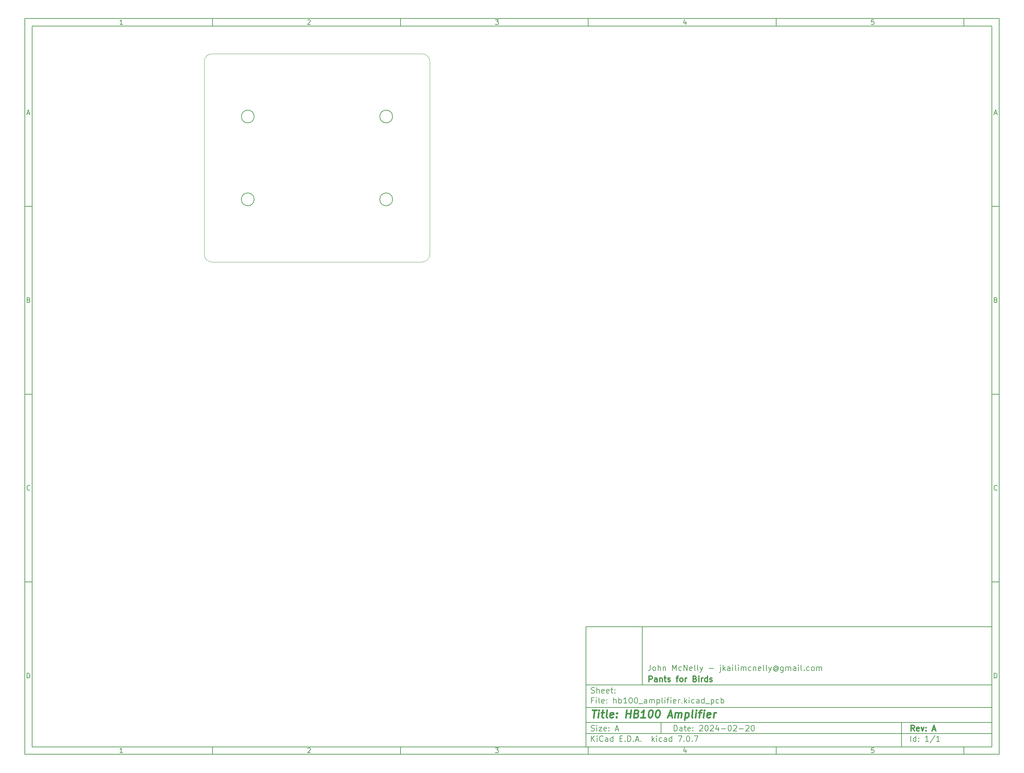
<source format=gbr>
%TF.GenerationSoftware,KiCad,Pcbnew,7.0.7*%
%TF.CreationDate,2024-02-20T22:27:51-08:00*%
%TF.ProjectId,hb100_amplifier,68623130-305f-4616-9d70-6c6966696572,A*%
%TF.SameCoordinates,PX42c1d80PY1c9c380*%
%TF.FileFunction,Profile,NP*%
%FSLAX46Y46*%
G04 Gerber Fmt 4.6, Leading zero omitted, Abs format (unit mm)*
G04 Created by KiCad (PCBNEW 7.0.7) date 2024-02-20 22:27:51*
%MOMM*%
%LPD*%
G01*
G04 APERTURE LIST*
%ADD10C,0.100000*%
%ADD11C,0.150000*%
%ADD12C,0.300000*%
%ADD13C,0.400000*%
%TA.AperFunction,Profile*%
%ADD14C,0.100000*%
%TD*%
%TA.AperFunction,Profile*%
%ADD15C,0.200000*%
%TD*%
G04 APERTURE END LIST*
D10*
D11*
X89400000Y-141900000D02*
X197400000Y-141900000D01*
X197400000Y-173900000D01*
X89400000Y-173900000D01*
X89400000Y-141900000D01*
D10*
D11*
X-60000000Y20000000D02*
X199400000Y20000000D01*
X199400000Y-175900000D01*
X-60000000Y-175900000D01*
X-60000000Y20000000D01*
D10*
D11*
X-58000000Y18000000D02*
X197400000Y18000000D01*
X197400000Y-173900000D01*
X-58000000Y-173900000D01*
X-58000000Y18000000D01*
D10*
D11*
X-10000000Y18000000D02*
X-10000000Y20000000D01*
D10*
D11*
X40000000Y18000000D02*
X40000000Y20000000D01*
D10*
D11*
X90000000Y18000000D02*
X90000000Y20000000D01*
D10*
D11*
X140000000Y18000000D02*
X140000000Y20000000D01*
D10*
D11*
X190000000Y18000000D02*
X190000000Y20000000D01*
D10*
D11*
X-33910840Y18406396D02*
X-34653697Y18406396D01*
X-34282269Y18406396D02*
X-34282269Y19706396D01*
X-34282269Y19706396D02*
X-34406078Y19520681D01*
X-34406078Y19520681D02*
X-34529888Y19396872D01*
X-34529888Y19396872D02*
X-34653697Y19334967D01*
D10*
D11*
X15346303Y19582586D02*
X15408207Y19644491D01*
X15408207Y19644491D02*
X15532017Y19706396D01*
X15532017Y19706396D02*
X15841541Y19706396D01*
X15841541Y19706396D02*
X15965350Y19644491D01*
X15965350Y19644491D02*
X16027255Y19582586D01*
X16027255Y19582586D02*
X16089160Y19458777D01*
X16089160Y19458777D02*
X16089160Y19334967D01*
X16089160Y19334967D02*
X16027255Y19149253D01*
X16027255Y19149253D02*
X15284398Y18406396D01*
X15284398Y18406396D02*
X16089160Y18406396D01*
D10*
D11*
X65284398Y19706396D02*
X66089160Y19706396D01*
X66089160Y19706396D02*
X65655826Y19211158D01*
X65655826Y19211158D02*
X65841541Y19211158D01*
X65841541Y19211158D02*
X65965350Y19149253D01*
X65965350Y19149253D02*
X66027255Y19087348D01*
X66027255Y19087348D02*
X66089160Y18963539D01*
X66089160Y18963539D02*
X66089160Y18654015D01*
X66089160Y18654015D02*
X66027255Y18530205D01*
X66027255Y18530205D02*
X65965350Y18468300D01*
X65965350Y18468300D02*
X65841541Y18406396D01*
X65841541Y18406396D02*
X65470112Y18406396D01*
X65470112Y18406396D02*
X65346303Y18468300D01*
X65346303Y18468300D02*
X65284398Y18530205D01*
D10*
D11*
X115965350Y19273062D02*
X115965350Y18406396D01*
X115655826Y19768300D02*
X115346303Y18839729D01*
X115346303Y18839729D02*
X116151064Y18839729D01*
D10*
D11*
X166027255Y19706396D02*
X165408207Y19706396D01*
X165408207Y19706396D02*
X165346303Y19087348D01*
X165346303Y19087348D02*
X165408207Y19149253D01*
X165408207Y19149253D02*
X165532017Y19211158D01*
X165532017Y19211158D02*
X165841541Y19211158D01*
X165841541Y19211158D02*
X165965350Y19149253D01*
X165965350Y19149253D02*
X166027255Y19087348D01*
X166027255Y19087348D02*
X166089160Y18963539D01*
X166089160Y18963539D02*
X166089160Y18654015D01*
X166089160Y18654015D02*
X166027255Y18530205D01*
X166027255Y18530205D02*
X165965350Y18468300D01*
X165965350Y18468300D02*
X165841541Y18406396D01*
X165841541Y18406396D02*
X165532017Y18406396D01*
X165532017Y18406396D02*
X165408207Y18468300D01*
X165408207Y18468300D02*
X165346303Y18530205D01*
D10*
D11*
X-10000000Y-173900000D02*
X-10000000Y-175900000D01*
D10*
D11*
X40000000Y-173900000D02*
X40000000Y-175900000D01*
D10*
D11*
X90000000Y-173900000D02*
X90000000Y-175900000D01*
D10*
D11*
X140000000Y-173900000D02*
X140000000Y-175900000D01*
D10*
D11*
X190000000Y-173900000D02*
X190000000Y-175900000D01*
D10*
D11*
X-33910840Y-175493604D02*
X-34653697Y-175493604D01*
X-34282269Y-175493604D02*
X-34282269Y-174193604D01*
X-34282269Y-174193604D02*
X-34406078Y-174379319D01*
X-34406078Y-174379319D02*
X-34529888Y-174503128D01*
X-34529888Y-174503128D02*
X-34653697Y-174565033D01*
D10*
D11*
X15346303Y-174317414D02*
X15408207Y-174255509D01*
X15408207Y-174255509D02*
X15532017Y-174193604D01*
X15532017Y-174193604D02*
X15841541Y-174193604D01*
X15841541Y-174193604D02*
X15965350Y-174255509D01*
X15965350Y-174255509D02*
X16027255Y-174317414D01*
X16027255Y-174317414D02*
X16089160Y-174441223D01*
X16089160Y-174441223D02*
X16089160Y-174565033D01*
X16089160Y-174565033D02*
X16027255Y-174750747D01*
X16027255Y-174750747D02*
X15284398Y-175493604D01*
X15284398Y-175493604D02*
X16089160Y-175493604D01*
D10*
D11*
X65284398Y-174193604D02*
X66089160Y-174193604D01*
X66089160Y-174193604D02*
X65655826Y-174688842D01*
X65655826Y-174688842D02*
X65841541Y-174688842D01*
X65841541Y-174688842D02*
X65965350Y-174750747D01*
X65965350Y-174750747D02*
X66027255Y-174812652D01*
X66027255Y-174812652D02*
X66089160Y-174936461D01*
X66089160Y-174936461D02*
X66089160Y-175245985D01*
X66089160Y-175245985D02*
X66027255Y-175369795D01*
X66027255Y-175369795D02*
X65965350Y-175431700D01*
X65965350Y-175431700D02*
X65841541Y-175493604D01*
X65841541Y-175493604D02*
X65470112Y-175493604D01*
X65470112Y-175493604D02*
X65346303Y-175431700D01*
X65346303Y-175431700D02*
X65284398Y-175369795D01*
D10*
D11*
X115965350Y-174626938D02*
X115965350Y-175493604D01*
X115655826Y-174131700D02*
X115346303Y-175060271D01*
X115346303Y-175060271D02*
X116151064Y-175060271D01*
D10*
D11*
X166027255Y-174193604D02*
X165408207Y-174193604D01*
X165408207Y-174193604D02*
X165346303Y-174812652D01*
X165346303Y-174812652D02*
X165408207Y-174750747D01*
X165408207Y-174750747D02*
X165532017Y-174688842D01*
X165532017Y-174688842D02*
X165841541Y-174688842D01*
X165841541Y-174688842D02*
X165965350Y-174750747D01*
X165965350Y-174750747D02*
X166027255Y-174812652D01*
X166027255Y-174812652D02*
X166089160Y-174936461D01*
X166089160Y-174936461D02*
X166089160Y-175245985D01*
X166089160Y-175245985D02*
X166027255Y-175369795D01*
X166027255Y-175369795D02*
X165965350Y-175431700D01*
X165965350Y-175431700D02*
X165841541Y-175493604D01*
X165841541Y-175493604D02*
X165532017Y-175493604D01*
X165532017Y-175493604D02*
X165408207Y-175431700D01*
X165408207Y-175431700D02*
X165346303Y-175369795D01*
D10*
D11*
X-60000000Y-30000000D02*
X-58000000Y-30000000D01*
D10*
D11*
X-60000000Y-80000000D02*
X-58000000Y-80000000D01*
D10*
D11*
X-60000000Y-130000000D02*
X-58000000Y-130000000D01*
D10*
D11*
X-59309524Y-5222176D02*
X-58690477Y-5222176D01*
X-59433334Y-5593604D02*
X-59000001Y-4293604D01*
X-59000001Y-4293604D02*
X-58566667Y-5593604D01*
D10*
D11*
X-58907143Y-54912652D02*
X-58721429Y-54974557D01*
X-58721429Y-54974557D02*
X-58659524Y-55036461D01*
X-58659524Y-55036461D02*
X-58597620Y-55160271D01*
X-58597620Y-55160271D02*
X-58597620Y-55345985D01*
X-58597620Y-55345985D02*
X-58659524Y-55469795D01*
X-58659524Y-55469795D02*
X-58721429Y-55531700D01*
X-58721429Y-55531700D02*
X-58845239Y-55593604D01*
X-58845239Y-55593604D02*
X-59340477Y-55593604D01*
X-59340477Y-55593604D02*
X-59340477Y-54293604D01*
X-59340477Y-54293604D02*
X-58907143Y-54293604D01*
X-58907143Y-54293604D02*
X-58783334Y-54355509D01*
X-58783334Y-54355509D02*
X-58721429Y-54417414D01*
X-58721429Y-54417414D02*
X-58659524Y-54541223D01*
X-58659524Y-54541223D02*
X-58659524Y-54665033D01*
X-58659524Y-54665033D02*
X-58721429Y-54788842D01*
X-58721429Y-54788842D02*
X-58783334Y-54850747D01*
X-58783334Y-54850747D02*
X-58907143Y-54912652D01*
X-58907143Y-54912652D02*
X-59340477Y-54912652D01*
D10*
D11*
X-58597620Y-105469795D02*
X-58659524Y-105531700D01*
X-58659524Y-105531700D02*
X-58845239Y-105593604D01*
X-58845239Y-105593604D02*
X-58969048Y-105593604D01*
X-58969048Y-105593604D02*
X-59154762Y-105531700D01*
X-59154762Y-105531700D02*
X-59278572Y-105407890D01*
X-59278572Y-105407890D02*
X-59340477Y-105284080D01*
X-59340477Y-105284080D02*
X-59402381Y-105036461D01*
X-59402381Y-105036461D02*
X-59402381Y-104850747D01*
X-59402381Y-104850747D02*
X-59340477Y-104603128D01*
X-59340477Y-104603128D02*
X-59278572Y-104479319D01*
X-59278572Y-104479319D02*
X-59154762Y-104355509D01*
X-59154762Y-104355509D02*
X-58969048Y-104293604D01*
X-58969048Y-104293604D02*
X-58845239Y-104293604D01*
X-58845239Y-104293604D02*
X-58659524Y-104355509D01*
X-58659524Y-104355509D02*
X-58597620Y-104417414D01*
D10*
D11*
X-59340477Y-155593604D02*
X-59340477Y-154293604D01*
X-59340477Y-154293604D02*
X-59030953Y-154293604D01*
X-59030953Y-154293604D02*
X-58845239Y-154355509D01*
X-58845239Y-154355509D02*
X-58721429Y-154479319D01*
X-58721429Y-154479319D02*
X-58659524Y-154603128D01*
X-58659524Y-154603128D02*
X-58597620Y-154850747D01*
X-58597620Y-154850747D02*
X-58597620Y-155036461D01*
X-58597620Y-155036461D02*
X-58659524Y-155284080D01*
X-58659524Y-155284080D02*
X-58721429Y-155407890D01*
X-58721429Y-155407890D02*
X-58845239Y-155531700D01*
X-58845239Y-155531700D02*
X-59030953Y-155593604D01*
X-59030953Y-155593604D02*
X-59340477Y-155593604D01*
D10*
D11*
X199400000Y-30000000D02*
X197400000Y-30000000D01*
D10*
D11*
X199400000Y-80000000D02*
X197400000Y-80000000D01*
D10*
D11*
X199400000Y-130000000D02*
X197400000Y-130000000D01*
D10*
D11*
X198090476Y-5222176D02*
X198709523Y-5222176D01*
X197966666Y-5593604D02*
X198399999Y-4293604D01*
X198399999Y-4293604D02*
X198833333Y-5593604D01*
D10*
D11*
X198492857Y-54912652D02*
X198678571Y-54974557D01*
X198678571Y-54974557D02*
X198740476Y-55036461D01*
X198740476Y-55036461D02*
X198802380Y-55160271D01*
X198802380Y-55160271D02*
X198802380Y-55345985D01*
X198802380Y-55345985D02*
X198740476Y-55469795D01*
X198740476Y-55469795D02*
X198678571Y-55531700D01*
X198678571Y-55531700D02*
X198554761Y-55593604D01*
X198554761Y-55593604D02*
X198059523Y-55593604D01*
X198059523Y-55593604D02*
X198059523Y-54293604D01*
X198059523Y-54293604D02*
X198492857Y-54293604D01*
X198492857Y-54293604D02*
X198616666Y-54355509D01*
X198616666Y-54355509D02*
X198678571Y-54417414D01*
X198678571Y-54417414D02*
X198740476Y-54541223D01*
X198740476Y-54541223D02*
X198740476Y-54665033D01*
X198740476Y-54665033D02*
X198678571Y-54788842D01*
X198678571Y-54788842D02*
X198616666Y-54850747D01*
X198616666Y-54850747D02*
X198492857Y-54912652D01*
X198492857Y-54912652D02*
X198059523Y-54912652D01*
D10*
D11*
X198802380Y-105469795D02*
X198740476Y-105531700D01*
X198740476Y-105531700D02*
X198554761Y-105593604D01*
X198554761Y-105593604D02*
X198430952Y-105593604D01*
X198430952Y-105593604D02*
X198245238Y-105531700D01*
X198245238Y-105531700D02*
X198121428Y-105407890D01*
X198121428Y-105407890D02*
X198059523Y-105284080D01*
X198059523Y-105284080D02*
X197997619Y-105036461D01*
X197997619Y-105036461D02*
X197997619Y-104850747D01*
X197997619Y-104850747D02*
X198059523Y-104603128D01*
X198059523Y-104603128D02*
X198121428Y-104479319D01*
X198121428Y-104479319D02*
X198245238Y-104355509D01*
X198245238Y-104355509D02*
X198430952Y-104293604D01*
X198430952Y-104293604D02*
X198554761Y-104293604D01*
X198554761Y-104293604D02*
X198740476Y-104355509D01*
X198740476Y-104355509D02*
X198802380Y-104417414D01*
D10*
D11*
X198059523Y-155593604D02*
X198059523Y-154293604D01*
X198059523Y-154293604D02*
X198369047Y-154293604D01*
X198369047Y-154293604D02*
X198554761Y-154355509D01*
X198554761Y-154355509D02*
X198678571Y-154479319D01*
X198678571Y-154479319D02*
X198740476Y-154603128D01*
X198740476Y-154603128D02*
X198802380Y-154850747D01*
X198802380Y-154850747D02*
X198802380Y-155036461D01*
X198802380Y-155036461D02*
X198740476Y-155284080D01*
X198740476Y-155284080D02*
X198678571Y-155407890D01*
X198678571Y-155407890D02*
X198554761Y-155531700D01*
X198554761Y-155531700D02*
X198369047Y-155593604D01*
X198369047Y-155593604D02*
X198059523Y-155593604D01*
D10*
D11*
X112855826Y-169686128D02*
X112855826Y-168186128D01*
X112855826Y-168186128D02*
X113212969Y-168186128D01*
X113212969Y-168186128D02*
X113427255Y-168257557D01*
X113427255Y-168257557D02*
X113570112Y-168400414D01*
X113570112Y-168400414D02*
X113641541Y-168543271D01*
X113641541Y-168543271D02*
X113712969Y-168828985D01*
X113712969Y-168828985D02*
X113712969Y-169043271D01*
X113712969Y-169043271D02*
X113641541Y-169328985D01*
X113641541Y-169328985D02*
X113570112Y-169471842D01*
X113570112Y-169471842D02*
X113427255Y-169614700D01*
X113427255Y-169614700D02*
X113212969Y-169686128D01*
X113212969Y-169686128D02*
X112855826Y-169686128D01*
X114998684Y-169686128D02*
X114998684Y-168900414D01*
X114998684Y-168900414D02*
X114927255Y-168757557D01*
X114927255Y-168757557D02*
X114784398Y-168686128D01*
X114784398Y-168686128D02*
X114498684Y-168686128D01*
X114498684Y-168686128D02*
X114355826Y-168757557D01*
X114998684Y-169614700D02*
X114855826Y-169686128D01*
X114855826Y-169686128D02*
X114498684Y-169686128D01*
X114498684Y-169686128D02*
X114355826Y-169614700D01*
X114355826Y-169614700D02*
X114284398Y-169471842D01*
X114284398Y-169471842D02*
X114284398Y-169328985D01*
X114284398Y-169328985D02*
X114355826Y-169186128D01*
X114355826Y-169186128D02*
X114498684Y-169114700D01*
X114498684Y-169114700D02*
X114855826Y-169114700D01*
X114855826Y-169114700D02*
X114998684Y-169043271D01*
X115498684Y-168686128D02*
X116070112Y-168686128D01*
X115712969Y-168186128D02*
X115712969Y-169471842D01*
X115712969Y-169471842D02*
X115784398Y-169614700D01*
X115784398Y-169614700D02*
X115927255Y-169686128D01*
X115927255Y-169686128D02*
X116070112Y-169686128D01*
X117141541Y-169614700D02*
X116998684Y-169686128D01*
X116998684Y-169686128D02*
X116712970Y-169686128D01*
X116712970Y-169686128D02*
X116570112Y-169614700D01*
X116570112Y-169614700D02*
X116498684Y-169471842D01*
X116498684Y-169471842D02*
X116498684Y-168900414D01*
X116498684Y-168900414D02*
X116570112Y-168757557D01*
X116570112Y-168757557D02*
X116712970Y-168686128D01*
X116712970Y-168686128D02*
X116998684Y-168686128D01*
X116998684Y-168686128D02*
X117141541Y-168757557D01*
X117141541Y-168757557D02*
X117212970Y-168900414D01*
X117212970Y-168900414D02*
X117212970Y-169043271D01*
X117212970Y-169043271D02*
X116498684Y-169186128D01*
X117855826Y-169543271D02*
X117927255Y-169614700D01*
X117927255Y-169614700D02*
X117855826Y-169686128D01*
X117855826Y-169686128D02*
X117784398Y-169614700D01*
X117784398Y-169614700D02*
X117855826Y-169543271D01*
X117855826Y-169543271D02*
X117855826Y-169686128D01*
X117855826Y-168757557D02*
X117927255Y-168828985D01*
X117927255Y-168828985D02*
X117855826Y-168900414D01*
X117855826Y-168900414D02*
X117784398Y-168828985D01*
X117784398Y-168828985D02*
X117855826Y-168757557D01*
X117855826Y-168757557D02*
X117855826Y-168900414D01*
X119641541Y-168328985D02*
X119712969Y-168257557D01*
X119712969Y-168257557D02*
X119855827Y-168186128D01*
X119855827Y-168186128D02*
X120212969Y-168186128D01*
X120212969Y-168186128D02*
X120355827Y-168257557D01*
X120355827Y-168257557D02*
X120427255Y-168328985D01*
X120427255Y-168328985D02*
X120498684Y-168471842D01*
X120498684Y-168471842D02*
X120498684Y-168614700D01*
X120498684Y-168614700D02*
X120427255Y-168828985D01*
X120427255Y-168828985D02*
X119570112Y-169686128D01*
X119570112Y-169686128D02*
X120498684Y-169686128D01*
X121427255Y-168186128D02*
X121570112Y-168186128D01*
X121570112Y-168186128D02*
X121712969Y-168257557D01*
X121712969Y-168257557D02*
X121784398Y-168328985D01*
X121784398Y-168328985D02*
X121855826Y-168471842D01*
X121855826Y-168471842D02*
X121927255Y-168757557D01*
X121927255Y-168757557D02*
X121927255Y-169114700D01*
X121927255Y-169114700D02*
X121855826Y-169400414D01*
X121855826Y-169400414D02*
X121784398Y-169543271D01*
X121784398Y-169543271D02*
X121712969Y-169614700D01*
X121712969Y-169614700D02*
X121570112Y-169686128D01*
X121570112Y-169686128D02*
X121427255Y-169686128D01*
X121427255Y-169686128D02*
X121284398Y-169614700D01*
X121284398Y-169614700D02*
X121212969Y-169543271D01*
X121212969Y-169543271D02*
X121141540Y-169400414D01*
X121141540Y-169400414D02*
X121070112Y-169114700D01*
X121070112Y-169114700D02*
X121070112Y-168757557D01*
X121070112Y-168757557D02*
X121141540Y-168471842D01*
X121141540Y-168471842D02*
X121212969Y-168328985D01*
X121212969Y-168328985D02*
X121284398Y-168257557D01*
X121284398Y-168257557D02*
X121427255Y-168186128D01*
X122498683Y-168328985D02*
X122570111Y-168257557D01*
X122570111Y-168257557D02*
X122712969Y-168186128D01*
X122712969Y-168186128D02*
X123070111Y-168186128D01*
X123070111Y-168186128D02*
X123212969Y-168257557D01*
X123212969Y-168257557D02*
X123284397Y-168328985D01*
X123284397Y-168328985D02*
X123355826Y-168471842D01*
X123355826Y-168471842D02*
X123355826Y-168614700D01*
X123355826Y-168614700D02*
X123284397Y-168828985D01*
X123284397Y-168828985D02*
X122427254Y-169686128D01*
X122427254Y-169686128D02*
X123355826Y-169686128D01*
X124641540Y-168686128D02*
X124641540Y-169686128D01*
X124284397Y-168114700D02*
X123927254Y-169186128D01*
X123927254Y-169186128D02*
X124855825Y-169186128D01*
X125427253Y-169114700D02*
X126570111Y-169114700D01*
X127570111Y-168186128D02*
X127712968Y-168186128D01*
X127712968Y-168186128D02*
X127855825Y-168257557D01*
X127855825Y-168257557D02*
X127927254Y-168328985D01*
X127927254Y-168328985D02*
X127998682Y-168471842D01*
X127998682Y-168471842D02*
X128070111Y-168757557D01*
X128070111Y-168757557D02*
X128070111Y-169114700D01*
X128070111Y-169114700D02*
X127998682Y-169400414D01*
X127998682Y-169400414D02*
X127927254Y-169543271D01*
X127927254Y-169543271D02*
X127855825Y-169614700D01*
X127855825Y-169614700D02*
X127712968Y-169686128D01*
X127712968Y-169686128D02*
X127570111Y-169686128D01*
X127570111Y-169686128D02*
X127427254Y-169614700D01*
X127427254Y-169614700D02*
X127355825Y-169543271D01*
X127355825Y-169543271D02*
X127284396Y-169400414D01*
X127284396Y-169400414D02*
X127212968Y-169114700D01*
X127212968Y-169114700D02*
X127212968Y-168757557D01*
X127212968Y-168757557D02*
X127284396Y-168471842D01*
X127284396Y-168471842D02*
X127355825Y-168328985D01*
X127355825Y-168328985D02*
X127427254Y-168257557D01*
X127427254Y-168257557D02*
X127570111Y-168186128D01*
X128641539Y-168328985D02*
X128712967Y-168257557D01*
X128712967Y-168257557D02*
X128855825Y-168186128D01*
X128855825Y-168186128D02*
X129212967Y-168186128D01*
X129212967Y-168186128D02*
X129355825Y-168257557D01*
X129355825Y-168257557D02*
X129427253Y-168328985D01*
X129427253Y-168328985D02*
X129498682Y-168471842D01*
X129498682Y-168471842D02*
X129498682Y-168614700D01*
X129498682Y-168614700D02*
X129427253Y-168828985D01*
X129427253Y-168828985D02*
X128570110Y-169686128D01*
X128570110Y-169686128D02*
X129498682Y-169686128D01*
X130141538Y-169114700D02*
X131284396Y-169114700D01*
X131927253Y-168328985D02*
X131998681Y-168257557D01*
X131998681Y-168257557D02*
X132141539Y-168186128D01*
X132141539Y-168186128D02*
X132498681Y-168186128D01*
X132498681Y-168186128D02*
X132641539Y-168257557D01*
X132641539Y-168257557D02*
X132712967Y-168328985D01*
X132712967Y-168328985D02*
X132784396Y-168471842D01*
X132784396Y-168471842D02*
X132784396Y-168614700D01*
X132784396Y-168614700D02*
X132712967Y-168828985D01*
X132712967Y-168828985D02*
X131855824Y-169686128D01*
X131855824Y-169686128D02*
X132784396Y-169686128D01*
X133712967Y-168186128D02*
X133855824Y-168186128D01*
X133855824Y-168186128D02*
X133998681Y-168257557D01*
X133998681Y-168257557D02*
X134070110Y-168328985D01*
X134070110Y-168328985D02*
X134141538Y-168471842D01*
X134141538Y-168471842D02*
X134212967Y-168757557D01*
X134212967Y-168757557D02*
X134212967Y-169114700D01*
X134212967Y-169114700D02*
X134141538Y-169400414D01*
X134141538Y-169400414D02*
X134070110Y-169543271D01*
X134070110Y-169543271D02*
X133998681Y-169614700D01*
X133998681Y-169614700D02*
X133855824Y-169686128D01*
X133855824Y-169686128D02*
X133712967Y-169686128D01*
X133712967Y-169686128D02*
X133570110Y-169614700D01*
X133570110Y-169614700D02*
X133498681Y-169543271D01*
X133498681Y-169543271D02*
X133427252Y-169400414D01*
X133427252Y-169400414D02*
X133355824Y-169114700D01*
X133355824Y-169114700D02*
X133355824Y-168757557D01*
X133355824Y-168757557D02*
X133427252Y-168471842D01*
X133427252Y-168471842D02*
X133498681Y-168328985D01*
X133498681Y-168328985D02*
X133570110Y-168257557D01*
X133570110Y-168257557D02*
X133712967Y-168186128D01*
D10*
D11*
X89400000Y-170400000D02*
X197400000Y-170400000D01*
D10*
D11*
X90855826Y-172486128D02*
X90855826Y-170986128D01*
X91712969Y-172486128D02*
X91070112Y-171628985D01*
X91712969Y-170986128D02*
X90855826Y-171843271D01*
X92355826Y-172486128D02*
X92355826Y-171486128D01*
X92355826Y-170986128D02*
X92284398Y-171057557D01*
X92284398Y-171057557D02*
X92355826Y-171128985D01*
X92355826Y-171128985D02*
X92427255Y-171057557D01*
X92427255Y-171057557D02*
X92355826Y-170986128D01*
X92355826Y-170986128D02*
X92355826Y-171128985D01*
X93927255Y-172343271D02*
X93855827Y-172414700D01*
X93855827Y-172414700D02*
X93641541Y-172486128D01*
X93641541Y-172486128D02*
X93498684Y-172486128D01*
X93498684Y-172486128D02*
X93284398Y-172414700D01*
X93284398Y-172414700D02*
X93141541Y-172271842D01*
X93141541Y-172271842D02*
X93070112Y-172128985D01*
X93070112Y-172128985D02*
X92998684Y-171843271D01*
X92998684Y-171843271D02*
X92998684Y-171628985D01*
X92998684Y-171628985D02*
X93070112Y-171343271D01*
X93070112Y-171343271D02*
X93141541Y-171200414D01*
X93141541Y-171200414D02*
X93284398Y-171057557D01*
X93284398Y-171057557D02*
X93498684Y-170986128D01*
X93498684Y-170986128D02*
X93641541Y-170986128D01*
X93641541Y-170986128D02*
X93855827Y-171057557D01*
X93855827Y-171057557D02*
X93927255Y-171128985D01*
X95212970Y-172486128D02*
X95212970Y-171700414D01*
X95212970Y-171700414D02*
X95141541Y-171557557D01*
X95141541Y-171557557D02*
X94998684Y-171486128D01*
X94998684Y-171486128D02*
X94712970Y-171486128D01*
X94712970Y-171486128D02*
X94570112Y-171557557D01*
X95212970Y-172414700D02*
X95070112Y-172486128D01*
X95070112Y-172486128D02*
X94712970Y-172486128D01*
X94712970Y-172486128D02*
X94570112Y-172414700D01*
X94570112Y-172414700D02*
X94498684Y-172271842D01*
X94498684Y-172271842D02*
X94498684Y-172128985D01*
X94498684Y-172128985D02*
X94570112Y-171986128D01*
X94570112Y-171986128D02*
X94712970Y-171914700D01*
X94712970Y-171914700D02*
X95070112Y-171914700D01*
X95070112Y-171914700D02*
X95212970Y-171843271D01*
X96570113Y-172486128D02*
X96570113Y-170986128D01*
X96570113Y-172414700D02*
X96427255Y-172486128D01*
X96427255Y-172486128D02*
X96141541Y-172486128D01*
X96141541Y-172486128D02*
X95998684Y-172414700D01*
X95998684Y-172414700D02*
X95927255Y-172343271D01*
X95927255Y-172343271D02*
X95855827Y-172200414D01*
X95855827Y-172200414D02*
X95855827Y-171771842D01*
X95855827Y-171771842D02*
X95927255Y-171628985D01*
X95927255Y-171628985D02*
X95998684Y-171557557D01*
X95998684Y-171557557D02*
X96141541Y-171486128D01*
X96141541Y-171486128D02*
X96427255Y-171486128D01*
X96427255Y-171486128D02*
X96570113Y-171557557D01*
X98427255Y-171700414D02*
X98927255Y-171700414D01*
X99141541Y-172486128D02*
X98427255Y-172486128D01*
X98427255Y-172486128D02*
X98427255Y-170986128D01*
X98427255Y-170986128D02*
X99141541Y-170986128D01*
X99784398Y-172343271D02*
X99855827Y-172414700D01*
X99855827Y-172414700D02*
X99784398Y-172486128D01*
X99784398Y-172486128D02*
X99712970Y-172414700D01*
X99712970Y-172414700D02*
X99784398Y-172343271D01*
X99784398Y-172343271D02*
X99784398Y-172486128D01*
X100498684Y-172486128D02*
X100498684Y-170986128D01*
X100498684Y-170986128D02*
X100855827Y-170986128D01*
X100855827Y-170986128D02*
X101070113Y-171057557D01*
X101070113Y-171057557D02*
X101212970Y-171200414D01*
X101212970Y-171200414D02*
X101284399Y-171343271D01*
X101284399Y-171343271D02*
X101355827Y-171628985D01*
X101355827Y-171628985D02*
X101355827Y-171843271D01*
X101355827Y-171843271D02*
X101284399Y-172128985D01*
X101284399Y-172128985D02*
X101212970Y-172271842D01*
X101212970Y-172271842D02*
X101070113Y-172414700D01*
X101070113Y-172414700D02*
X100855827Y-172486128D01*
X100855827Y-172486128D02*
X100498684Y-172486128D01*
X101998684Y-172343271D02*
X102070113Y-172414700D01*
X102070113Y-172414700D02*
X101998684Y-172486128D01*
X101998684Y-172486128D02*
X101927256Y-172414700D01*
X101927256Y-172414700D02*
X101998684Y-172343271D01*
X101998684Y-172343271D02*
X101998684Y-172486128D01*
X102641542Y-172057557D02*
X103355828Y-172057557D01*
X102498685Y-172486128D02*
X102998685Y-170986128D01*
X102998685Y-170986128D02*
X103498685Y-172486128D01*
X103998684Y-172343271D02*
X104070113Y-172414700D01*
X104070113Y-172414700D02*
X103998684Y-172486128D01*
X103998684Y-172486128D02*
X103927256Y-172414700D01*
X103927256Y-172414700D02*
X103998684Y-172343271D01*
X103998684Y-172343271D02*
X103998684Y-172486128D01*
X106998684Y-172486128D02*
X106998684Y-170986128D01*
X107141542Y-171914700D02*
X107570113Y-172486128D01*
X107570113Y-171486128D02*
X106998684Y-172057557D01*
X108212970Y-172486128D02*
X108212970Y-171486128D01*
X108212970Y-170986128D02*
X108141542Y-171057557D01*
X108141542Y-171057557D02*
X108212970Y-171128985D01*
X108212970Y-171128985D02*
X108284399Y-171057557D01*
X108284399Y-171057557D02*
X108212970Y-170986128D01*
X108212970Y-170986128D02*
X108212970Y-171128985D01*
X109570114Y-172414700D02*
X109427256Y-172486128D01*
X109427256Y-172486128D02*
X109141542Y-172486128D01*
X109141542Y-172486128D02*
X108998685Y-172414700D01*
X108998685Y-172414700D02*
X108927256Y-172343271D01*
X108927256Y-172343271D02*
X108855828Y-172200414D01*
X108855828Y-172200414D02*
X108855828Y-171771842D01*
X108855828Y-171771842D02*
X108927256Y-171628985D01*
X108927256Y-171628985D02*
X108998685Y-171557557D01*
X108998685Y-171557557D02*
X109141542Y-171486128D01*
X109141542Y-171486128D02*
X109427256Y-171486128D01*
X109427256Y-171486128D02*
X109570114Y-171557557D01*
X110855828Y-172486128D02*
X110855828Y-171700414D01*
X110855828Y-171700414D02*
X110784399Y-171557557D01*
X110784399Y-171557557D02*
X110641542Y-171486128D01*
X110641542Y-171486128D02*
X110355828Y-171486128D01*
X110355828Y-171486128D02*
X110212970Y-171557557D01*
X110855828Y-172414700D02*
X110712970Y-172486128D01*
X110712970Y-172486128D02*
X110355828Y-172486128D01*
X110355828Y-172486128D02*
X110212970Y-172414700D01*
X110212970Y-172414700D02*
X110141542Y-172271842D01*
X110141542Y-172271842D02*
X110141542Y-172128985D01*
X110141542Y-172128985D02*
X110212970Y-171986128D01*
X110212970Y-171986128D02*
X110355828Y-171914700D01*
X110355828Y-171914700D02*
X110712970Y-171914700D01*
X110712970Y-171914700D02*
X110855828Y-171843271D01*
X112212971Y-172486128D02*
X112212971Y-170986128D01*
X112212971Y-172414700D02*
X112070113Y-172486128D01*
X112070113Y-172486128D02*
X111784399Y-172486128D01*
X111784399Y-172486128D02*
X111641542Y-172414700D01*
X111641542Y-172414700D02*
X111570113Y-172343271D01*
X111570113Y-172343271D02*
X111498685Y-172200414D01*
X111498685Y-172200414D02*
X111498685Y-171771842D01*
X111498685Y-171771842D02*
X111570113Y-171628985D01*
X111570113Y-171628985D02*
X111641542Y-171557557D01*
X111641542Y-171557557D02*
X111784399Y-171486128D01*
X111784399Y-171486128D02*
X112070113Y-171486128D01*
X112070113Y-171486128D02*
X112212971Y-171557557D01*
X113927256Y-170986128D02*
X114927256Y-170986128D01*
X114927256Y-170986128D02*
X114284399Y-172486128D01*
X115498684Y-172343271D02*
X115570113Y-172414700D01*
X115570113Y-172414700D02*
X115498684Y-172486128D01*
X115498684Y-172486128D02*
X115427256Y-172414700D01*
X115427256Y-172414700D02*
X115498684Y-172343271D01*
X115498684Y-172343271D02*
X115498684Y-172486128D01*
X116498685Y-170986128D02*
X116641542Y-170986128D01*
X116641542Y-170986128D02*
X116784399Y-171057557D01*
X116784399Y-171057557D02*
X116855828Y-171128985D01*
X116855828Y-171128985D02*
X116927256Y-171271842D01*
X116927256Y-171271842D02*
X116998685Y-171557557D01*
X116998685Y-171557557D02*
X116998685Y-171914700D01*
X116998685Y-171914700D02*
X116927256Y-172200414D01*
X116927256Y-172200414D02*
X116855828Y-172343271D01*
X116855828Y-172343271D02*
X116784399Y-172414700D01*
X116784399Y-172414700D02*
X116641542Y-172486128D01*
X116641542Y-172486128D02*
X116498685Y-172486128D01*
X116498685Y-172486128D02*
X116355828Y-172414700D01*
X116355828Y-172414700D02*
X116284399Y-172343271D01*
X116284399Y-172343271D02*
X116212970Y-172200414D01*
X116212970Y-172200414D02*
X116141542Y-171914700D01*
X116141542Y-171914700D02*
X116141542Y-171557557D01*
X116141542Y-171557557D02*
X116212970Y-171271842D01*
X116212970Y-171271842D02*
X116284399Y-171128985D01*
X116284399Y-171128985D02*
X116355828Y-171057557D01*
X116355828Y-171057557D02*
X116498685Y-170986128D01*
X117641541Y-172343271D02*
X117712970Y-172414700D01*
X117712970Y-172414700D02*
X117641541Y-172486128D01*
X117641541Y-172486128D02*
X117570113Y-172414700D01*
X117570113Y-172414700D02*
X117641541Y-172343271D01*
X117641541Y-172343271D02*
X117641541Y-172486128D01*
X118212970Y-170986128D02*
X119212970Y-170986128D01*
X119212970Y-170986128D02*
X118570113Y-172486128D01*
D10*
D11*
X89400000Y-167400000D02*
X197400000Y-167400000D01*
D10*
D12*
X176811653Y-169678328D02*
X176311653Y-168964042D01*
X175954510Y-169678328D02*
X175954510Y-168178328D01*
X175954510Y-168178328D02*
X176525939Y-168178328D01*
X176525939Y-168178328D02*
X176668796Y-168249757D01*
X176668796Y-168249757D02*
X176740225Y-168321185D01*
X176740225Y-168321185D02*
X176811653Y-168464042D01*
X176811653Y-168464042D02*
X176811653Y-168678328D01*
X176811653Y-168678328D02*
X176740225Y-168821185D01*
X176740225Y-168821185D02*
X176668796Y-168892614D01*
X176668796Y-168892614D02*
X176525939Y-168964042D01*
X176525939Y-168964042D02*
X175954510Y-168964042D01*
X178025939Y-169606900D02*
X177883082Y-169678328D01*
X177883082Y-169678328D02*
X177597368Y-169678328D01*
X177597368Y-169678328D02*
X177454510Y-169606900D01*
X177454510Y-169606900D02*
X177383082Y-169464042D01*
X177383082Y-169464042D02*
X177383082Y-168892614D01*
X177383082Y-168892614D02*
X177454510Y-168749757D01*
X177454510Y-168749757D02*
X177597368Y-168678328D01*
X177597368Y-168678328D02*
X177883082Y-168678328D01*
X177883082Y-168678328D02*
X178025939Y-168749757D01*
X178025939Y-168749757D02*
X178097368Y-168892614D01*
X178097368Y-168892614D02*
X178097368Y-169035471D01*
X178097368Y-169035471D02*
X177383082Y-169178328D01*
X178597367Y-168678328D02*
X178954510Y-169678328D01*
X178954510Y-169678328D02*
X179311653Y-168678328D01*
X179883081Y-169535471D02*
X179954510Y-169606900D01*
X179954510Y-169606900D02*
X179883081Y-169678328D01*
X179883081Y-169678328D02*
X179811653Y-169606900D01*
X179811653Y-169606900D02*
X179883081Y-169535471D01*
X179883081Y-169535471D02*
X179883081Y-169678328D01*
X179883081Y-168749757D02*
X179954510Y-168821185D01*
X179954510Y-168821185D02*
X179883081Y-168892614D01*
X179883081Y-168892614D02*
X179811653Y-168821185D01*
X179811653Y-168821185D02*
X179883081Y-168749757D01*
X179883081Y-168749757D02*
X179883081Y-168892614D01*
X181668796Y-169249757D02*
X182383082Y-169249757D01*
X181525939Y-169678328D02*
X182025939Y-168178328D01*
X182025939Y-168178328D02*
X182525939Y-169678328D01*
D10*
D11*
X90784398Y-169614700D02*
X90998684Y-169686128D01*
X90998684Y-169686128D02*
X91355826Y-169686128D01*
X91355826Y-169686128D02*
X91498684Y-169614700D01*
X91498684Y-169614700D02*
X91570112Y-169543271D01*
X91570112Y-169543271D02*
X91641541Y-169400414D01*
X91641541Y-169400414D02*
X91641541Y-169257557D01*
X91641541Y-169257557D02*
X91570112Y-169114700D01*
X91570112Y-169114700D02*
X91498684Y-169043271D01*
X91498684Y-169043271D02*
X91355826Y-168971842D01*
X91355826Y-168971842D02*
X91070112Y-168900414D01*
X91070112Y-168900414D02*
X90927255Y-168828985D01*
X90927255Y-168828985D02*
X90855826Y-168757557D01*
X90855826Y-168757557D02*
X90784398Y-168614700D01*
X90784398Y-168614700D02*
X90784398Y-168471842D01*
X90784398Y-168471842D02*
X90855826Y-168328985D01*
X90855826Y-168328985D02*
X90927255Y-168257557D01*
X90927255Y-168257557D02*
X91070112Y-168186128D01*
X91070112Y-168186128D02*
X91427255Y-168186128D01*
X91427255Y-168186128D02*
X91641541Y-168257557D01*
X92284397Y-169686128D02*
X92284397Y-168686128D01*
X92284397Y-168186128D02*
X92212969Y-168257557D01*
X92212969Y-168257557D02*
X92284397Y-168328985D01*
X92284397Y-168328985D02*
X92355826Y-168257557D01*
X92355826Y-168257557D02*
X92284397Y-168186128D01*
X92284397Y-168186128D02*
X92284397Y-168328985D01*
X92855826Y-168686128D02*
X93641541Y-168686128D01*
X93641541Y-168686128D02*
X92855826Y-169686128D01*
X92855826Y-169686128D02*
X93641541Y-169686128D01*
X94784398Y-169614700D02*
X94641541Y-169686128D01*
X94641541Y-169686128D02*
X94355827Y-169686128D01*
X94355827Y-169686128D02*
X94212969Y-169614700D01*
X94212969Y-169614700D02*
X94141541Y-169471842D01*
X94141541Y-169471842D02*
X94141541Y-168900414D01*
X94141541Y-168900414D02*
X94212969Y-168757557D01*
X94212969Y-168757557D02*
X94355827Y-168686128D01*
X94355827Y-168686128D02*
X94641541Y-168686128D01*
X94641541Y-168686128D02*
X94784398Y-168757557D01*
X94784398Y-168757557D02*
X94855827Y-168900414D01*
X94855827Y-168900414D02*
X94855827Y-169043271D01*
X94855827Y-169043271D02*
X94141541Y-169186128D01*
X95498683Y-169543271D02*
X95570112Y-169614700D01*
X95570112Y-169614700D02*
X95498683Y-169686128D01*
X95498683Y-169686128D02*
X95427255Y-169614700D01*
X95427255Y-169614700D02*
X95498683Y-169543271D01*
X95498683Y-169543271D02*
X95498683Y-169686128D01*
X95498683Y-168757557D02*
X95570112Y-168828985D01*
X95570112Y-168828985D02*
X95498683Y-168900414D01*
X95498683Y-168900414D02*
X95427255Y-168828985D01*
X95427255Y-168828985D02*
X95498683Y-168757557D01*
X95498683Y-168757557D02*
X95498683Y-168900414D01*
X97284398Y-169257557D02*
X97998684Y-169257557D01*
X97141541Y-169686128D02*
X97641541Y-168186128D01*
X97641541Y-168186128D02*
X98141541Y-169686128D01*
D10*
D11*
X175855826Y-172486128D02*
X175855826Y-170986128D01*
X177212970Y-172486128D02*
X177212970Y-170986128D01*
X177212970Y-172414700D02*
X177070112Y-172486128D01*
X177070112Y-172486128D02*
X176784398Y-172486128D01*
X176784398Y-172486128D02*
X176641541Y-172414700D01*
X176641541Y-172414700D02*
X176570112Y-172343271D01*
X176570112Y-172343271D02*
X176498684Y-172200414D01*
X176498684Y-172200414D02*
X176498684Y-171771842D01*
X176498684Y-171771842D02*
X176570112Y-171628985D01*
X176570112Y-171628985D02*
X176641541Y-171557557D01*
X176641541Y-171557557D02*
X176784398Y-171486128D01*
X176784398Y-171486128D02*
X177070112Y-171486128D01*
X177070112Y-171486128D02*
X177212970Y-171557557D01*
X177927255Y-172343271D02*
X177998684Y-172414700D01*
X177998684Y-172414700D02*
X177927255Y-172486128D01*
X177927255Y-172486128D02*
X177855827Y-172414700D01*
X177855827Y-172414700D02*
X177927255Y-172343271D01*
X177927255Y-172343271D02*
X177927255Y-172486128D01*
X177927255Y-171557557D02*
X177998684Y-171628985D01*
X177998684Y-171628985D02*
X177927255Y-171700414D01*
X177927255Y-171700414D02*
X177855827Y-171628985D01*
X177855827Y-171628985D02*
X177927255Y-171557557D01*
X177927255Y-171557557D02*
X177927255Y-171700414D01*
X180570113Y-172486128D02*
X179712970Y-172486128D01*
X180141541Y-172486128D02*
X180141541Y-170986128D01*
X180141541Y-170986128D02*
X179998684Y-171200414D01*
X179998684Y-171200414D02*
X179855827Y-171343271D01*
X179855827Y-171343271D02*
X179712970Y-171414700D01*
X182284398Y-170914700D02*
X180998684Y-172843271D01*
X183570113Y-172486128D02*
X182712970Y-172486128D01*
X183141541Y-172486128D02*
X183141541Y-170986128D01*
X183141541Y-170986128D02*
X182998684Y-171200414D01*
X182998684Y-171200414D02*
X182855827Y-171343271D01*
X182855827Y-171343271D02*
X182712970Y-171414700D01*
D10*
D11*
X89400000Y-163400000D02*
X197400000Y-163400000D01*
D10*
D13*
X91091728Y-164104438D02*
X92234585Y-164104438D01*
X91413157Y-166104438D02*
X91663157Y-164104438D01*
X92651252Y-166104438D02*
X92817919Y-164771104D01*
X92901252Y-164104438D02*
X92794109Y-164199676D01*
X92794109Y-164199676D02*
X92877443Y-164294914D01*
X92877443Y-164294914D02*
X92984586Y-164199676D01*
X92984586Y-164199676D02*
X92901252Y-164104438D01*
X92901252Y-164104438D02*
X92877443Y-164294914D01*
X93484586Y-164771104D02*
X94246490Y-164771104D01*
X93853633Y-164104438D02*
X93639348Y-165818723D01*
X93639348Y-165818723D02*
X93710776Y-166009200D01*
X93710776Y-166009200D02*
X93889348Y-166104438D01*
X93889348Y-166104438D02*
X94079824Y-166104438D01*
X95032205Y-166104438D02*
X94853633Y-166009200D01*
X94853633Y-166009200D02*
X94782205Y-165818723D01*
X94782205Y-165818723D02*
X94996490Y-164104438D01*
X96567919Y-166009200D02*
X96365538Y-166104438D01*
X96365538Y-166104438D02*
X95984585Y-166104438D01*
X95984585Y-166104438D02*
X95806014Y-166009200D01*
X95806014Y-166009200D02*
X95734585Y-165818723D01*
X95734585Y-165818723D02*
X95829824Y-165056819D01*
X95829824Y-165056819D02*
X95948871Y-164866342D01*
X95948871Y-164866342D02*
X96151252Y-164771104D01*
X96151252Y-164771104D02*
X96532204Y-164771104D01*
X96532204Y-164771104D02*
X96710776Y-164866342D01*
X96710776Y-164866342D02*
X96782204Y-165056819D01*
X96782204Y-165056819D02*
X96758395Y-165247295D01*
X96758395Y-165247295D02*
X95782204Y-165437771D01*
X97532205Y-165913961D02*
X97615538Y-166009200D01*
X97615538Y-166009200D02*
X97508395Y-166104438D01*
X97508395Y-166104438D02*
X97425062Y-166009200D01*
X97425062Y-166009200D02*
X97532205Y-165913961D01*
X97532205Y-165913961D02*
X97508395Y-166104438D01*
X97663157Y-164866342D02*
X97746490Y-164961580D01*
X97746490Y-164961580D02*
X97639348Y-165056819D01*
X97639348Y-165056819D02*
X97556014Y-164961580D01*
X97556014Y-164961580D02*
X97663157Y-164866342D01*
X97663157Y-164866342D02*
X97639348Y-165056819D01*
X99984586Y-166104438D02*
X100234586Y-164104438D01*
X100115539Y-165056819D02*
X101258396Y-165056819D01*
X101127443Y-166104438D02*
X101377443Y-164104438D01*
X102877443Y-165056819D02*
X103151253Y-165152057D01*
X103151253Y-165152057D02*
X103234586Y-165247295D01*
X103234586Y-165247295D02*
X103306015Y-165437771D01*
X103306015Y-165437771D02*
X103270300Y-165723485D01*
X103270300Y-165723485D02*
X103151253Y-165913961D01*
X103151253Y-165913961D02*
X103044110Y-166009200D01*
X103044110Y-166009200D02*
X102841729Y-166104438D01*
X102841729Y-166104438D02*
X102079824Y-166104438D01*
X102079824Y-166104438D02*
X102329824Y-164104438D01*
X102329824Y-164104438D02*
X102996491Y-164104438D01*
X102996491Y-164104438D02*
X103175062Y-164199676D01*
X103175062Y-164199676D02*
X103258396Y-164294914D01*
X103258396Y-164294914D02*
X103329824Y-164485390D01*
X103329824Y-164485390D02*
X103306015Y-164675866D01*
X103306015Y-164675866D02*
X103186967Y-164866342D01*
X103186967Y-164866342D02*
X103079824Y-164961580D01*
X103079824Y-164961580D02*
X102877443Y-165056819D01*
X102877443Y-165056819D02*
X102210777Y-165056819D01*
X105127443Y-166104438D02*
X103984586Y-166104438D01*
X104556015Y-166104438D02*
X104806015Y-164104438D01*
X104806015Y-164104438D02*
X104579824Y-164390152D01*
X104579824Y-164390152D02*
X104365539Y-164580628D01*
X104365539Y-164580628D02*
X104163158Y-164675866D01*
X106615539Y-164104438D02*
X106806015Y-164104438D01*
X106806015Y-164104438D02*
X106984586Y-164199676D01*
X106984586Y-164199676D02*
X107067920Y-164294914D01*
X107067920Y-164294914D02*
X107139348Y-164485390D01*
X107139348Y-164485390D02*
X107186967Y-164866342D01*
X107186967Y-164866342D02*
X107127443Y-165342533D01*
X107127443Y-165342533D02*
X106984586Y-165723485D01*
X106984586Y-165723485D02*
X106865539Y-165913961D01*
X106865539Y-165913961D02*
X106758396Y-166009200D01*
X106758396Y-166009200D02*
X106556015Y-166104438D01*
X106556015Y-166104438D02*
X106365539Y-166104438D01*
X106365539Y-166104438D02*
X106186967Y-166009200D01*
X106186967Y-166009200D02*
X106103634Y-165913961D01*
X106103634Y-165913961D02*
X106032205Y-165723485D01*
X106032205Y-165723485D02*
X105984586Y-165342533D01*
X105984586Y-165342533D02*
X106044110Y-164866342D01*
X106044110Y-164866342D02*
X106186967Y-164485390D01*
X106186967Y-164485390D02*
X106306015Y-164294914D01*
X106306015Y-164294914D02*
X106413158Y-164199676D01*
X106413158Y-164199676D02*
X106615539Y-164104438D01*
X108520301Y-164104438D02*
X108710777Y-164104438D01*
X108710777Y-164104438D02*
X108889348Y-164199676D01*
X108889348Y-164199676D02*
X108972682Y-164294914D01*
X108972682Y-164294914D02*
X109044110Y-164485390D01*
X109044110Y-164485390D02*
X109091729Y-164866342D01*
X109091729Y-164866342D02*
X109032205Y-165342533D01*
X109032205Y-165342533D02*
X108889348Y-165723485D01*
X108889348Y-165723485D02*
X108770301Y-165913961D01*
X108770301Y-165913961D02*
X108663158Y-166009200D01*
X108663158Y-166009200D02*
X108460777Y-166104438D01*
X108460777Y-166104438D02*
X108270301Y-166104438D01*
X108270301Y-166104438D02*
X108091729Y-166009200D01*
X108091729Y-166009200D02*
X108008396Y-165913961D01*
X108008396Y-165913961D02*
X107936967Y-165723485D01*
X107936967Y-165723485D02*
X107889348Y-165342533D01*
X107889348Y-165342533D02*
X107948872Y-164866342D01*
X107948872Y-164866342D02*
X108091729Y-164485390D01*
X108091729Y-164485390D02*
X108210777Y-164294914D01*
X108210777Y-164294914D02*
X108317920Y-164199676D01*
X108317920Y-164199676D02*
X108520301Y-164104438D01*
X111294111Y-165533009D02*
X112246492Y-165533009D01*
X111032206Y-166104438D02*
X111948873Y-164104438D01*
X111948873Y-164104438D02*
X112365539Y-166104438D01*
X113032206Y-166104438D02*
X113198873Y-164771104D01*
X113175063Y-164961580D02*
X113282206Y-164866342D01*
X113282206Y-164866342D02*
X113484587Y-164771104D01*
X113484587Y-164771104D02*
X113770301Y-164771104D01*
X113770301Y-164771104D02*
X113948873Y-164866342D01*
X113948873Y-164866342D02*
X114020301Y-165056819D01*
X114020301Y-165056819D02*
X113889349Y-166104438D01*
X114020301Y-165056819D02*
X114139349Y-164866342D01*
X114139349Y-164866342D02*
X114341730Y-164771104D01*
X114341730Y-164771104D02*
X114627444Y-164771104D01*
X114627444Y-164771104D02*
X114806016Y-164866342D01*
X114806016Y-164866342D02*
X114877444Y-165056819D01*
X114877444Y-165056819D02*
X114746492Y-166104438D01*
X115865540Y-164771104D02*
X115615540Y-166771104D01*
X115853635Y-164866342D02*
X116056016Y-164771104D01*
X116056016Y-164771104D02*
X116436968Y-164771104D01*
X116436968Y-164771104D02*
X116615540Y-164866342D01*
X116615540Y-164866342D02*
X116698873Y-164961580D01*
X116698873Y-164961580D02*
X116770302Y-165152057D01*
X116770302Y-165152057D02*
X116698873Y-165723485D01*
X116698873Y-165723485D02*
X116579826Y-165913961D01*
X116579826Y-165913961D02*
X116472683Y-166009200D01*
X116472683Y-166009200D02*
X116270302Y-166104438D01*
X116270302Y-166104438D02*
X115889349Y-166104438D01*
X115889349Y-166104438D02*
X115710778Y-166009200D01*
X117794112Y-166104438D02*
X117615540Y-166009200D01*
X117615540Y-166009200D02*
X117544112Y-165818723D01*
X117544112Y-165818723D02*
X117758397Y-164104438D01*
X118556016Y-166104438D02*
X118722683Y-164771104D01*
X118806016Y-164104438D02*
X118698873Y-164199676D01*
X118698873Y-164199676D02*
X118782207Y-164294914D01*
X118782207Y-164294914D02*
X118889350Y-164199676D01*
X118889350Y-164199676D02*
X118806016Y-164104438D01*
X118806016Y-164104438D02*
X118782207Y-164294914D01*
X119389350Y-164771104D02*
X120151254Y-164771104D01*
X119508397Y-166104438D02*
X119722683Y-164390152D01*
X119722683Y-164390152D02*
X119841731Y-164199676D01*
X119841731Y-164199676D02*
X120044112Y-164104438D01*
X120044112Y-164104438D02*
X120234588Y-164104438D01*
X120651254Y-166104438D02*
X120817921Y-164771104D01*
X120901254Y-164104438D02*
X120794111Y-164199676D01*
X120794111Y-164199676D02*
X120877445Y-164294914D01*
X120877445Y-164294914D02*
X120984588Y-164199676D01*
X120984588Y-164199676D02*
X120901254Y-164104438D01*
X120901254Y-164104438D02*
X120877445Y-164294914D01*
X122377445Y-166009200D02*
X122175064Y-166104438D01*
X122175064Y-166104438D02*
X121794111Y-166104438D01*
X121794111Y-166104438D02*
X121615540Y-166009200D01*
X121615540Y-166009200D02*
X121544111Y-165818723D01*
X121544111Y-165818723D02*
X121639350Y-165056819D01*
X121639350Y-165056819D02*
X121758397Y-164866342D01*
X121758397Y-164866342D02*
X121960778Y-164771104D01*
X121960778Y-164771104D02*
X122341730Y-164771104D01*
X122341730Y-164771104D02*
X122520302Y-164866342D01*
X122520302Y-164866342D02*
X122591730Y-165056819D01*
X122591730Y-165056819D02*
X122567921Y-165247295D01*
X122567921Y-165247295D02*
X121591730Y-165437771D01*
X123317921Y-166104438D02*
X123484588Y-164771104D01*
X123436969Y-165152057D02*
X123556016Y-164961580D01*
X123556016Y-164961580D02*
X123663159Y-164866342D01*
X123663159Y-164866342D02*
X123865540Y-164771104D01*
X123865540Y-164771104D02*
X124056016Y-164771104D01*
D10*
D11*
X91355826Y-161500414D02*
X90855826Y-161500414D01*
X90855826Y-162286128D02*
X90855826Y-160786128D01*
X90855826Y-160786128D02*
X91570112Y-160786128D01*
X92141540Y-162286128D02*
X92141540Y-161286128D01*
X92141540Y-160786128D02*
X92070112Y-160857557D01*
X92070112Y-160857557D02*
X92141540Y-160928985D01*
X92141540Y-160928985D02*
X92212969Y-160857557D01*
X92212969Y-160857557D02*
X92141540Y-160786128D01*
X92141540Y-160786128D02*
X92141540Y-160928985D01*
X93070112Y-162286128D02*
X92927255Y-162214700D01*
X92927255Y-162214700D02*
X92855826Y-162071842D01*
X92855826Y-162071842D02*
X92855826Y-160786128D01*
X94212969Y-162214700D02*
X94070112Y-162286128D01*
X94070112Y-162286128D02*
X93784398Y-162286128D01*
X93784398Y-162286128D02*
X93641540Y-162214700D01*
X93641540Y-162214700D02*
X93570112Y-162071842D01*
X93570112Y-162071842D02*
X93570112Y-161500414D01*
X93570112Y-161500414D02*
X93641540Y-161357557D01*
X93641540Y-161357557D02*
X93784398Y-161286128D01*
X93784398Y-161286128D02*
X94070112Y-161286128D01*
X94070112Y-161286128D02*
X94212969Y-161357557D01*
X94212969Y-161357557D02*
X94284398Y-161500414D01*
X94284398Y-161500414D02*
X94284398Y-161643271D01*
X94284398Y-161643271D02*
X93570112Y-161786128D01*
X94927254Y-162143271D02*
X94998683Y-162214700D01*
X94998683Y-162214700D02*
X94927254Y-162286128D01*
X94927254Y-162286128D02*
X94855826Y-162214700D01*
X94855826Y-162214700D02*
X94927254Y-162143271D01*
X94927254Y-162143271D02*
X94927254Y-162286128D01*
X94927254Y-161357557D02*
X94998683Y-161428985D01*
X94998683Y-161428985D02*
X94927254Y-161500414D01*
X94927254Y-161500414D02*
X94855826Y-161428985D01*
X94855826Y-161428985D02*
X94927254Y-161357557D01*
X94927254Y-161357557D02*
X94927254Y-161500414D01*
X96784397Y-162286128D02*
X96784397Y-160786128D01*
X97427255Y-162286128D02*
X97427255Y-161500414D01*
X97427255Y-161500414D02*
X97355826Y-161357557D01*
X97355826Y-161357557D02*
X97212969Y-161286128D01*
X97212969Y-161286128D02*
X96998683Y-161286128D01*
X96998683Y-161286128D02*
X96855826Y-161357557D01*
X96855826Y-161357557D02*
X96784397Y-161428985D01*
X98141540Y-162286128D02*
X98141540Y-160786128D01*
X98141540Y-161357557D02*
X98284398Y-161286128D01*
X98284398Y-161286128D02*
X98570112Y-161286128D01*
X98570112Y-161286128D02*
X98712969Y-161357557D01*
X98712969Y-161357557D02*
X98784398Y-161428985D01*
X98784398Y-161428985D02*
X98855826Y-161571842D01*
X98855826Y-161571842D02*
X98855826Y-162000414D01*
X98855826Y-162000414D02*
X98784398Y-162143271D01*
X98784398Y-162143271D02*
X98712969Y-162214700D01*
X98712969Y-162214700D02*
X98570112Y-162286128D01*
X98570112Y-162286128D02*
X98284398Y-162286128D01*
X98284398Y-162286128D02*
X98141540Y-162214700D01*
X100284398Y-162286128D02*
X99427255Y-162286128D01*
X99855826Y-162286128D02*
X99855826Y-160786128D01*
X99855826Y-160786128D02*
X99712969Y-161000414D01*
X99712969Y-161000414D02*
X99570112Y-161143271D01*
X99570112Y-161143271D02*
X99427255Y-161214700D01*
X101212969Y-160786128D02*
X101355826Y-160786128D01*
X101355826Y-160786128D02*
X101498683Y-160857557D01*
X101498683Y-160857557D02*
X101570112Y-160928985D01*
X101570112Y-160928985D02*
X101641540Y-161071842D01*
X101641540Y-161071842D02*
X101712969Y-161357557D01*
X101712969Y-161357557D02*
X101712969Y-161714700D01*
X101712969Y-161714700D02*
X101641540Y-162000414D01*
X101641540Y-162000414D02*
X101570112Y-162143271D01*
X101570112Y-162143271D02*
X101498683Y-162214700D01*
X101498683Y-162214700D02*
X101355826Y-162286128D01*
X101355826Y-162286128D02*
X101212969Y-162286128D01*
X101212969Y-162286128D02*
X101070112Y-162214700D01*
X101070112Y-162214700D02*
X100998683Y-162143271D01*
X100998683Y-162143271D02*
X100927254Y-162000414D01*
X100927254Y-162000414D02*
X100855826Y-161714700D01*
X100855826Y-161714700D02*
X100855826Y-161357557D01*
X100855826Y-161357557D02*
X100927254Y-161071842D01*
X100927254Y-161071842D02*
X100998683Y-160928985D01*
X100998683Y-160928985D02*
X101070112Y-160857557D01*
X101070112Y-160857557D02*
X101212969Y-160786128D01*
X102641540Y-160786128D02*
X102784397Y-160786128D01*
X102784397Y-160786128D02*
X102927254Y-160857557D01*
X102927254Y-160857557D02*
X102998683Y-160928985D01*
X102998683Y-160928985D02*
X103070111Y-161071842D01*
X103070111Y-161071842D02*
X103141540Y-161357557D01*
X103141540Y-161357557D02*
X103141540Y-161714700D01*
X103141540Y-161714700D02*
X103070111Y-162000414D01*
X103070111Y-162000414D02*
X102998683Y-162143271D01*
X102998683Y-162143271D02*
X102927254Y-162214700D01*
X102927254Y-162214700D02*
X102784397Y-162286128D01*
X102784397Y-162286128D02*
X102641540Y-162286128D01*
X102641540Y-162286128D02*
X102498683Y-162214700D01*
X102498683Y-162214700D02*
X102427254Y-162143271D01*
X102427254Y-162143271D02*
X102355825Y-162000414D01*
X102355825Y-162000414D02*
X102284397Y-161714700D01*
X102284397Y-161714700D02*
X102284397Y-161357557D01*
X102284397Y-161357557D02*
X102355825Y-161071842D01*
X102355825Y-161071842D02*
X102427254Y-160928985D01*
X102427254Y-160928985D02*
X102498683Y-160857557D01*
X102498683Y-160857557D02*
X102641540Y-160786128D01*
X103427254Y-162428985D02*
X104570111Y-162428985D01*
X105570111Y-162286128D02*
X105570111Y-161500414D01*
X105570111Y-161500414D02*
X105498682Y-161357557D01*
X105498682Y-161357557D02*
X105355825Y-161286128D01*
X105355825Y-161286128D02*
X105070111Y-161286128D01*
X105070111Y-161286128D02*
X104927253Y-161357557D01*
X105570111Y-162214700D02*
X105427253Y-162286128D01*
X105427253Y-162286128D02*
X105070111Y-162286128D01*
X105070111Y-162286128D02*
X104927253Y-162214700D01*
X104927253Y-162214700D02*
X104855825Y-162071842D01*
X104855825Y-162071842D02*
X104855825Y-161928985D01*
X104855825Y-161928985D02*
X104927253Y-161786128D01*
X104927253Y-161786128D02*
X105070111Y-161714700D01*
X105070111Y-161714700D02*
X105427253Y-161714700D01*
X105427253Y-161714700D02*
X105570111Y-161643271D01*
X106284396Y-162286128D02*
X106284396Y-161286128D01*
X106284396Y-161428985D02*
X106355825Y-161357557D01*
X106355825Y-161357557D02*
X106498682Y-161286128D01*
X106498682Y-161286128D02*
X106712968Y-161286128D01*
X106712968Y-161286128D02*
X106855825Y-161357557D01*
X106855825Y-161357557D02*
X106927254Y-161500414D01*
X106927254Y-161500414D02*
X106927254Y-162286128D01*
X106927254Y-161500414D02*
X106998682Y-161357557D01*
X106998682Y-161357557D02*
X107141539Y-161286128D01*
X107141539Y-161286128D02*
X107355825Y-161286128D01*
X107355825Y-161286128D02*
X107498682Y-161357557D01*
X107498682Y-161357557D02*
X107570111Y-161500414D01*
X107570111Y-161500414D02*
X107570111Y-162286128D01*
X108284396Y-161286128D02*
X108284396Y-162786128D01*
X108284396Y-161357557D02*
X108427254Y-161286128D01*
X108427254Y-161286128D02*
X108712968Y-161286128D01*
X108712968Y-161286128D02*
X108855825Y-161357557D01*
X108855825Y-161357557D02*
X108927254Y-161428985D01*
X108927254Y-161428985D02*
X108998682Y-161571842D01*
X108998682Y-161571842D02*
X108998682Y-162000414D01*
X108998682Y-162000414D02*
X108927254Y-162143271D01*
X108927254Y-162143271D02*
X108855825Y-162214700D01*
X108855825Y-162214700D02*
X108712968Y-162286128D01*
X108712968Y-162286128D02*
X108427254Y-162286128D01*
X108427254Y-162286128D02*
X108284396Y-162214700D01*
X109855825Y-162286128D02*
X109712968Y-162214700D01*
X109712968Y-162214700D02*
X109641539Y-162071842D01*
X109641539Y-162071842D02*
X109641539Y-160786128D01*
X110427253Y-162286128D02*
X110427253Y-161286128D01*
X110427253Y-160786128D02*
X110355825Y-160857557D01*
X110355825Y-160857557D02*
X110427253Y-160928985D01*
X110427253Y-160928985D02*
X110498682Y-160857557D01*
X110498682Y-160857557D02*
X110427253Y-160786128D01*
X110427253Y-160786128D02*
X110427253Y-160928985D01*
X110927254Y-161286128D02*
X111498682Y-161286128D01*
X111141539Y-162286128D02*
X111141539Y-161000414D01*
X111141539Y-161000414D02*
X111212968Y-160857557D01*
X111212968Y-160857557D02*
X111355825Y-160786128D01*
X111355825Y-160786128D02*
X111498682Y-160786128D01*
X111998682Y-162286128D02*
X111998682Y-161286128D01*
X111998682Y-160786128D02*
X111927254Y-160857557D01*
X111927254Y-160857557D02*
X111998682Y-160928985D01*
X111998682Y-160928985D02*
X112070111Y-160857557D01*
X112070111Y-160857557D02*
X111998682Y-160786128D01*
X111998682Y-160786128D02*
X111998682Y-160928985D01*
X113284397Y-162214700D02*
X113141540Y-162286128D01*
X113141540Y-162286128D02*
X112855826Y-162286128D01*
X112855826Y-162286128D02*
X112712968Y-162214700D01*
X112712968Y-162214700D02*
X112641540Y-162071842D01*
X112641540Y-162071842D02*
X112641540Y-161500414D01*
X112641540Y-161500414D02*
X112712968Y-161357557D01*
X112712968Y-161357557D02*
X112855826Y-161286128D01*
X112855826Y-161286128D02*
X113141540Y-161286128D01*
X113141540Y-161286128D02*
X113284397Y-161357557D01*
X113284397Y-161357557D02*
X113355826Y-161500414D01*
X113355826Y-161500414D02*
X113355826Y-161643271D01*
X113355826Y-161643271D02*
X112641540Y-161786128D01*
X113998682Y-162286128D02*
X113998682Y-161286128D01*
X113998682Y-161571842D02*
X114070111Y-161428985D01*
X114070111Y-161428985D02*
X114141540Y-161357557D01*
X114141540Y-161357557D02*
X114284397Y-161286128D01*
X114284397Y-161286128D02*
X114427254Y-161286128D01*
X114927253Y-162143271D02*
X114998682Y-162214700D01*
X114998682Y-162214700D02*
X114927253Y-162286128D01*
X114927253Y-162286128D02*
X114855825Y-162214700D01*
X114855825Y-162214700D02*
X114927253Y-162143271D01*
X114927253Y-162143271D02*
X114927253Y-162286128D01*
X115641539Y-162286128D02*
X115641539Y-160786128D01*
X115784397Y-161714700D02*
X116212968Y-162286128D01*
X116212968Y-161286128D02*
X115641539Y-161857557D01*
X116855825Y-162286128D02*
X116855825Y-161286128D01*
X116855825Y-160786128D02*
X116784397Y-160857557D01*
X116784397Y-160857557D02*
X116855825Y-160928985D01*
X116855825Y-160928985D02*
X116927254Y-160857557D01*
X116927254Y-160857557D02*
X116855825Y-160786128D01*
X116855825Y-160786128D02*
X116855825Y-160928985D01*
X118212969Y-162214700D02*
X118070111Y-162286128D01*
X118070111Y-162286128D02*
X117784397Y-162286128D01*
X117784397Y-162286128D02*
X117641540Y-162214700D01*
X117641540Y-162214700D02*
X117570111Y-162143271D01*
X117570111Y-162143271D02*
X117498683Y-162000414D01*
X117498683Y-162000414D02*
X117498683Y-161571842D01*
X117498683Y-161571842D02*
X117570111Y-161428985D01*
X117570111Y-161428985D02*
X117641540Y-161357557D01*
X117641540Y-161357557D02*
X117784397Y-161286128D01*
X117784397Y-161286128D02*
X118070111Y-161286128D01*
X118070111Y-161286128D02*
X118212969Y-161357557D01*
X119498683Y-162286128D02*
X119498683Y-161500414D01*
X119498683Y-161500414D02*
X119427254Y-161357557D01*
X119427254Y-161357557D02*
X119284397Y-161286128D01*
X119284397Y-161286128D02*
X118998683Y-161286128D01*
X118998683Y-161286128D02*
X118855825Y-161357557D01*
X119498683Y-162214700D02*
X119355825Y-162286128D01*
X119355825Y-162286128D02*
X118998683Y-162286128D01*
X118998683Y-162286128D02*
X118855825Y-162214700D01*
X118855825Y-162214700D02*
X118784397Y-162071842D01*
X118784397Y-162071842D02*
X118784397Y-161928985D01*
X118784397Y-161928985D02*
X118855825Y-161786128D01*
X118855825Y-161786128D02*
X118998683Y-161714700D01*
X118998683Y-161714700D02*
X119355825Y-161714700D01*
X119355825Y-161714700D02*
X119498683Y-161643271D01*
X120855826Y-162286128D02*
X120855826Y-160786128D01*
X120855826Y-162214700D02*
X120712968Y-162286128D01*
X120712968Y-162286128D02*
X120427254Y-162286128D01*
X120427254Y-162286128D02*
X120284397Y-162214700D01*
X120284397Y-162214700D02*
X120212968Y-162143271D01*
X120212968Y-162143271D02*
X120141540Y-162000414D01*
X120141540Y-162000414D02*
X120141540Y-161571842D01*
X120141540Y-161571842D02*
X120212968Y-161428985D01*
X120212968Y-161428985D02*
X120284397Y-161357557D01*
X120284397Y-161357557D02*
X120427254Y-161286128D01*
X120427254Y-161286128D02*
X120712968Y-161286128D01*
X120712968Y-161286128D02*
X120855826Y-161357557D01*
X121212969Y-162428985D02*
X122355826Y-162428985D01*
X122712968Y-161286128D02*
X122712968Y-162786128D01*
X122712968Y-161357557D02*
X122855826Y-161286128D01*
X122855826Y-161286128D02*
X123141540Y-161286128D01*
X123141540Y-161286128D02*
X123284397Y-161357557D01*
X123284397Y-161357557D02*
X123355826Y-161428985D01*
X123355826Y-161428985D02*
X123427254Y-161571842D01*
X123427254Y-161571842D02*
X123427254Y-162000414D01*
X123427254Y-162000414D02*
X123355826Y-162143271D01*
X123355826Y-162143271D02*
X123284397Y-162214700D01*
X123284397Y-162214700D02*
X123141540Y-162286128D01*
X123141540Y-162286128D02*
X122855826Y-162286128D01*
X122855826Y-162286128D02*
X122712968Y-162214700D01*
X124712969Y-162214700D02*
X124570111Y-162286128D01*
X124570111Y-162286128D02*
X124284397Y-162286128D01*
X124284397Y-162286128D02*
X124141540Y-162214700D01*
X124141540Y-162214700D02*
X124070111Y-162143271D01*
X124070111Y-162143271D02*
X123998683Y-162000414D01*
X123998683Y-162000414D02*
X123998683Y-161571842D01*
X123998683Y-161571842D02*
X124070111Y-161428985D01*
X124070111Y-161428985D02*
X124141540Y-161357557D01*
X124141540Y-161357557D02*
X124284397Y-161286128D01*
X124284397Y-161286128D02*
X124570111Y-161286128D01*
X124570111Y-161286128D02*
X124712969Y-161357557D01*
X125355825Y-162286128D02*
X125355825Y-160786128D01*
X125355825Y-161357557D02*
X125498683Y-161286128D01*
X125498683Y-161286128D02*
X125784397Y-161286128D01*
X125784397Y-161286128D02*
X125927254Y-161357557D01*
X125927254Y-161357557D02*
X125998683Y-161428985D01*
X125998683Y-161428985D02*
X126070111Y-161571842D01*
X126070111Y-161571842D02*
X126070111Y-162000414D01*
X126070111Y-162000414D02*
X125998683Y-162143271D01*
X125998683Y-162143271D02*
X125927254Y-162214700D01*
X125927254Y-162214700D02*
X125784397Y-162286128D01*
X125784397Y-162286128D02*
X125498683Y-162286128D01*
X125498683Y-162286128D02*
X125355825Y-162214700D01*
D10*
D11*
X89400000Y-157400000D02*
X197400000Y-157400000D01*
D10*
D11*
X90784398Y-159514700D02*
X90998684Y-159586128D01*
X90998684Y-159586128D02*
X91355826Y-159586128D01*
X91355826Y-159586128D02*
X91498684Y-159514700D01*
X91498684Y-159514700D02*
X91570112Y-159443271D01*
X91570112Y-159443271D02*
X91641541Y-159300414D01*
X91641541Y-159300414D02*
X91641541Y-159157557D01*
X91641541Y-159157557D02*
X91570112Y-159014700D01*
X91570112Y-159014700D02*
X91498684Y-158943271D01*
X91498684Y-158943271D02*
X91355826Y-158871842D01*
X91355826Y-158871842D02*
X91070112Y-158800414D01*
X91070112Y-158800414D02*
X90927255Y-158728985D01*
X90927255Y-158728985D02*
X90855826Y-158657557D01*
X90855826Y-158657557D02*
X90784398Y-158514700D01*
X90784398Y-158514700D02*
X90784398Y-158371842D01*
X90784398Y-158371842D02*
X90855826Y-158228985D01*
X90855826Y-158228985D02*
X90927255Y-158157557D01*
X90927255Y-158157557D02*
X91070112Y-158086128D01*
X91070112Y-158086128D02*
X91427255Y-158086128D01*
X91427255Y-158086128D02*
X91641541Y-158157557D01*
X92284397Y-159586128D02*
X92284397Y-158086128D01*
X92927255Y-159586128D02*
X92927255Y-158800414D01*
X92927255Y-158800414D02*
X92855826Y-158657557D01*
X92855826Y-158657557D02*
X92712969Y-158586128D01*
X92712969Y-158586128D02*
X92498683Y-158586128D01*
X92498683Y-158586128D02*
X92355826Y-158657557D01*
X92355826Y-158657557D02*
X92284397Y-158728985D01*
X94212969Y-159514700D02*
X94070112Y-159586128D01*
X94070112Y-159586128D02*
X93784398Y-159586128D01*
X93784398Y-159586128D02*
X93641540Y-159514700D01*
X93641540Y-159514700D02*
X93570112Y-159371842D01*
X93570112Y-159371842D02*
X93570112Y-158800414D01*
X93570112Y-158800414D02*
X93641540Y-158657557D01*
X93641540Y-158657557D02*
X93784398Y-158586128D01*
X93784398Y-158586128D02*
X94070112Y-158586128D01*
X94070112Y-158586128D02*
X94212969Y-158657557D01*
X94212969Y-158657557D02*
X94284398Y-158800414D01*
X94284398Y-158800414D02*
X94284398Y-158943271D01*
X94284398Y-158943271D02*
X93570112Y-159086128D01*
X95498683Y-159514700D02*
X95355826Y-159586128D01*
X95355826Y-159586128D02*
X95070112Y-159586128D01*
X95070112Y-159586128D02*
X94927254Y-159514700D01*
X94927254Y-159514700D02*
X94855826Y-159371842D01*
X94855826Y-159371842D02*
X94855826Y-158800414D01*
X94855826Y-158800414D02*
X94927254Y-158657557D01*
X94927254Y-158657557D02*
X95070112Y-158586128D01*
X95070112Y-158586128D02*
X95355826Y-158586128D01*
X95355826Y-158586128D02*
X95498683Y-158657557D01*
X95498683Y-158657557D02*
X95570112Y-158800414D01*
X95570112Y-158800414D02*
X95570112Y-158943271D01*
X95570112Y-158943271D02*
X94855826Y-159086128D01*
X95998683Y-158586128D02*
X96570111Y-158586128D01*
X96212968Y-158086128D02*
X96212968Y-159371842D01*
X96212968Y-159371842D02*
X96284397Y-159514700D01*
X96284397Y-159514700D02*
X96427254Y-159586128D01*
X96427254Y-159586128D02*
X96570111Y-159586128D01*
X97070111Y-159443271D02*
X97141540Y-159514700D01*
X97141540Y-159514700D02*
X97070111Y-159586128D01*
X97070111Y-159586128D02*
X96998683Y-159514700D01*
X96998683Y-159514700D02*
X97070111Y-159443271D01*
X97070111Y-159443271D02*
X97070111Y-159586128D01*
X97070111Y-158657557D02*
X97141540Y-158728985D01*
X97141540Y-158728985D02*
X97070111Y-158800414D01*
X97070111Y-158800414D02*
X96998683Y-158728985D01*
X96998683Y-158728985D02*
X97070111Y-158657557D01*
X97070111Y-158657557D02*
X97070111Y-158800414D01*
D10*
D12*
X106194510Y-156578128D02*
X106194510Y-155078128D01*
X106194510Y-155078128D02*
X106765939Y-155078128D01*
X106765939Y-155078128D02*
X106908796Y-155149557D01*
X106908796Y-155149557D02*
X106980225Y-155220985D01*
X106980225Y-155220985D02*
X107051653Y-155363842D01*
X107051653Y-155363842D02*
X107051653Y-155578128D01*
X107051653Y-155578128D02*
X106980225Y-155720985D01*
X106980225Y-155720985D02*
X106908796Y-155792414D01*
X106908796Y-155792414D02*
X106765939Y-155863842D01*
X106765939Y-155863842D02*
X106194510Y-155863842D01*
X108337368Y-156578128D02*
X108337368Y-155792414D01*
X108337368Y-155792414D02*
X108265939Y-155649557D01*
X108265939Y-155649557D02*
X108123082Y-155578128D01*
X108123082Y-155578128D02*
X107837368Y-155578128D01*
X107837368Y-155578128D02*
X107694510Y-155649557D01*
X108337368Y-156506700D02*
X108194510Y-156578128D01*
X108194510Y-156578128D02*
X107837368Y-156578128D01*
X107837368Y-156578128D02*
X107694510Y-156506700D01*
X107694510Y-156506700D02*
X107623082Y-156363842D01*
X107623082Y-156363842D02*
X107623082Y-156220985D01*
X107623082Y-156220985D02*
X107694510Y-156078128D01*
X107694510Y-156078128D02*
X107837368Y-156006700D01*
X107837368Y-156006700D02*
X108194510Y-156006700D01*
X108194510Y-156006700D02*
X108337368Y-155935271D01*
X109051653Y-155578128D02*
X109051653Y-156578128D01*
X109051653Y-155720985D02*
X109123082Y-155649557D01*
X109123082Y-155649557D02*
X109265939Y-155578128D01*
X109265939Y-155578128D02*
X109480225Y-155578128D01*
X109480225Y-155578128D02*
X109623082Y-155649557D01*
X109623082Y-155649557D02*
X109694511Y-155792414D01*
X109694511Y-155792414D02*
X109694511Y-156578128D01*
X110194511Y-155578128D02*
X110765939Y-155578128D01*
X110408796Y-155078128D02*
X110408796Y-156363842D01*
X110408796Y-156363842D02*
X110480225Y-156506700D01*
X110480225Y-156506700D02*
X110623082Y-156578128D01*
X110623082Y-156578128D02*
X110765939Y-156578128D01*
X111194511Y-156506700D02*
X111337368Y-156578128D01*
X111337368Y-156578128D02*
X111623082Y-156578128D01*
X111623082Y-156578128D02*
X111765939Y-156506700D01*
X111765939Y-156506700D02*
X111837368Y-156363842D01*
X111837368Y-156363842D02*
X111837368Y-156292414D01*
X111837368Y-156292414D02*
X111765939Y-156149557D01*
X111765939Y-156149557D02*
X111623082Y-156078128D01*
X111623082Y-156078128D02*
X111408797Y-156078128D01*
X111408797Y-156078128D02*
X111265939Y-156006700D01*
X111265939Y-156006700D02*
X111194511Y-155863842D01*
X111194511Y-155863842D02*
X111194511Y-155792414D01*
X111194511Y-155792414D02*
X111265939Y-155649557D01*
X111265939Y-155649557D02*
X111408797Y-155578128D01*
X111408797Y-155578128D02*
X111623082Y-155578128D01*
X111623082Y-155578128D02*
X111765939Y-155649557D01*
X113408797Y-155578128D02*
X113980225Y-155578128D01*
X113623082Y-156578128D02*
X113623082Y-155292414D01*
X113623082Y-155292414D02*
X113694511Y-155149557D01*
X113694511Y-155149557D02*
X113837368Y-155078128D01*
X113837368Y-155078128D02*
X113980225Y-155078128D01*
X114694511Y-156578128D02*
X114551654Y-156506700D01*
X114551654Y-156506700D02*
X114480225Y-156435271D01*
X114480225Y-156435271D02*
X114408797Y-156292414D01*
X114408797Y-156292414D02*
X114408797Y-155863842D01*
X114408797Y-155863842D02*
X114480225Y-155720985D01*
X114480225Y-155720985D02*
X114551654Y-155649557D01*
X114551654Y-155649557D02*
X114694511Y-155578128D01*
X114694511Y-155578128D02*
X114908797Y-155578128D01*
X114908797Y-155578128D02*
X115051654Y-155649557D01*
X115051654Y-155649557D02*
X115123083Y-155720985D01*
X115123083Y-155720985D02*
X115194511Y-155863842D01*
X115194511Y-155863842D02*
X115194511Y-156292414D01*
X115194511Y-156292414D02*
X115123083Y-156435271D01*
X115123083Y-156435271D02*
X115051654Y-156506700D01*
X115051654Y-156506700D02*
X114908797Y-156578128D01*
X114908797Y-156578128D02*
X114694511Y-156578128D01*
X115837368Y-156578128D02*
X115837368Y-155578128D01*
X115837368Y-155863842D02*
X115908797Y-155720985D01*
X115908797Y-155720985D02*
X115980226Y-155649557D01*
X115980226Y-155649557D02*
X116123083Y-155578128D01*
X116123083Y-155578128D02*
X116265940Y-155578128D01*
X118408796Y-155792414D02*
X118623082Y-155863842D01*
X118623082Y-155863842D02*
X118694511Y-155935271D01*
X118694511Y-155935271D02*
X118765939Y-156078128D01*
X118765939Y-156078128D02*
X118765939Y-156292414D01*
X118765939Y-156292414D02*
X118694511Y-156435271D01*
X118694511Y-156435271D02*
X118623082Y-156506700D01*
X118623082Y-156506700D02*
X118480225Y-156578128D01*
X118480225Y-156578128D02*
X117908796Y-156578128D01*
X117908796Y-156578128D02*
X117908796Y-155078128D01*
X117908796Y-155078128D02*
X118408796Y-155078128D01*
X118408796Y-155078128D02*
X118551654Y-155149557D01*
X118551654Y-155149557D02*
X118623082Y-155220985D01*
X118623082Y-155220985D02*
X118694511Y-155363842D01*
X118694511Y-155363842D02*
X118694511Y-155506700D01*
X118694511Y-155506700D02*
X118623082Y-155649557D01*
X118623082Y-155649557D02*
X118551654Y-155720985D01*
X118551654Y-155720985D02*
X118408796Y-155792414D01*
X118408796Y-155792414D02*
X117908796Y-155792414D01*
X119408796Y-156578128D02*
X119408796Y-155578128D01*
X119408796Y-155078128D02*
X119337368Y-155149557D01*
X119337368Y-155149557D02*
X119408796Y-155220985D01*
X119408796Y-155220985D02*
X119480225Y-155149557D01*
X119480225Y-155149557D02*
X119408796Y-155078128D01*
X119408796Y-155078128D02*
X119408796Y-155220985D01*
X120123082Y-156578128D02*
X120123082Y-155578128D01*
X120123082Y-155863842D02*
X120194511Y-155720985D01*
X120194511Y-155720985D02*
X120265940Y-155649557D01*
X120265940Y-155649557D02*
X120408797Y-155578128D01*
X120408797Y-155578128D02*
X120551654Y-155578128D01*
X121694511Y-156578128D02*
X121694511Y-155078128D01*
X121694511Y-156506700D02*
X121551653Y-156578128D01*
X121551653Y-156578128D02*
X121265939Y-156578128D01*
X121265939Y-156578128D02*
X121123082Y-156506700D01*
X121123082Y-156506700D02*
X121051653Y-156435271D01*
X121051653Y-156435271D02*
X120980225Y-156292414D01*
X120980225Y-156292414D02*
X120980225Y-155863842D01*
X120980225Y-155863842D02*
X121051653Y-155720985D01*
X121051653Y-155720985D02*
X121123082Y-155649557D01*
X121123082Y-155649557D02*
X121265939Y-155578128D01*
X121265939Y-155578128D02*
X121551653Y-155578128D01*
X121551653Y-155578128D02*
X121694511Y-155649557D01*
X122337368Y-156506700D02*
X122480225Y-156578128D01*
X122480225Y-156578128D02*
X122765939Y-156578128D01*
X122765939Y-156578128D02*
X122908796Y-156506700D01*
X122908796Y-156506700D02*
X122980225Y-156363842D01*
X122980225Y-156363842D02*
X122980225Y-156292414D01*
X122980225Y-156292414D02*
X122908796Y-156149557D01*
X122908796Y-156149557D02*
X122765939Y-156078128D01*
X122765939Y-156078128D02*
X122551654Y-156078128D01*
X122551654Y-156078128D02*
X122408796Y-156006700D01*
X122408796Y-156006700D02*
X122337368Y-155863842D01*
X122337368Y-155863842D02*
X122337368Y-155792414D01*
X122337368Y-155792414D02*
X122408796Y-155649557D01*
X122408796Y-155649557D02*
X122551654Y-155578128D01*
X122551654Y-155578128D02*
X122765939Y-155578128D01*
X122765939Y-155578128D02*
X122908796Y-155649557D01*
D10*
D11*
X106524398Y-152085928D02*
X106524398Y-153157357D01*
X106524398Y-153157357D02*
X106452969Y-153371642D01*
X106452969Y-153371642D02*
X106310112Y-153514500D01*
X106310112Y-153514500D02*
X106095826Y-153585928D01*
X106095826Y-153585928D02*
X105952969Y-153585928D01*
X107452969Y-153585928D02*
X107310112Y-153514500D01*
X107310112Y-153514500D02*
X107238683Y-153443071D01*
X107238683Y-153443071D02*
X107167255Y-153300214D01*
X107167255Y-153300214D02*
X107167255Y-152871642D01*
X107167255Y-152871642D02*
X107238683Y-152728785D01*
X107238683Y-152728785D02*
X107310112Y-152657357D01*
X107310112Y-152657357D02*
X107452969Y-152585928D01*
X107452969Y-152585928D02*
X107667255Y-152585928D01*
X107667255Y-152585928D02*
X107810112Y-152657357D01*
X107810112Y-152657357D02*
X107881541Y-152728785D01*
X107881541Y-152728785D02*
X107952969Y-152871642D01*
X107952969Y-152871642D02*
X107952969Y-153300214D01*
X107952969Y-153300214D02*
X107881541Y-153443071D01*
X107881541Y-153443071D02*
X107810112Y-153514500D01*
X107810112Y-153514500D02*
X107667255Y-153585928D01*
X107667255Y-153585928D02*
X107452969Y-153585928D01*
X108595826Y-153585928D02*
X108595826Y-152085928D01*
X109238684Y-153585928D02*
X109238684Y-152800214D01*
X109238684Y-152800214D02*
X109167255Y-152657357D01*
X109167255Y-152657357D02*
X109024398Y-152585928D01*
X109024398Y-152585928D02*
X108810112Y-152585928D01*
X108810112Y-152585928D02*
X108667255Y-152657357D01*
X108667255Y-152657357D02*
X108595826Y-152728785D01*
X109952969Y-152585928D02*
X109952969Y-153585928D01*
X109952969Y-152728785D02*
X110024398Y-152657357D01*
X110024398Y-152657357D02*
X110167255Y-152585928D01*
X110167255Y-152585928D02*
X110381541Y-152585928D01*
X110381541Y-152585928D02*
X110524398Y-152657357D01*
X110524398Y-152657357D02*
X110595827Y-152800214D01*
X110595827Y-152800214D02*
X110595827Y-153585928D01*
X112452969Y-153585928D02*
X112452969Y-152085928D01*
X112452969Y-152085928D02*
X112952969Y-153157357D01*
X112952969Y-153157357D02*
X113452969Y-152085928D01*
X113452969Y-152085928D02*
X113452969Y-153585928D01*
X114810113Y-153514500D02*
X114667255Y-153585928D01*
X114667255Y-153585928D02*
X114381541Y-153585928D01*
X114381541Y-153585928D02*
X114238684Y-153514500D01*
X114238684Y-153514500D02*
X114167255Y-153443071D01*
X114167255Y-153443071D02*
X114095827Y-153300214D01*
X114095827Y-153300214D02*
X114095827Y-152871642D01*
X114095827Y-152871642D02*
X114167255Y-152728785D01*
X114167255Y-152728785D02*
X114238684Y-152657357D01*
X114238684Y-152657357D02*
X114381541Y-152585928D01*
X114381541Y-152585928D02*
X114667255Y-152585928D01*
X114667255Y-152585928D02*
X114810113Y-152657357D01*
X115452969Y-153585928D02*
X115452969Y-152085928D01*
X115452969Y-152085928D02*
X116310112Y-153585928D01*
X116310112Y-153585928D02*
X116310112Y-152085928D01*
X117595827Y-153514500D02*
X117452970Y-153585928D01*
X117452970Y-153585928D02*
X117167256Y-153585928D01*
X117167256Y-153585928D02*
X117024398Y-153514500D01*
X117024398Y-153514500D02*
X116952970Y-153371642D01*
X116952970Y-153371642D02*
X116952970Y-152800214D01*
X116952970Y-152800214D02*
X117024398Y-152657357D01*
X117024398Y-152657357D02*
X117167256Y-152585928D01*
X117167256Y-152585928D02*
X117452970Y-152585928D01*
X117452970Y-152585928D02*
X117595827Y-152657357D01*
X117595827Y-152657357D02*
X117667256Y-152800214D01*
X117667256Y-152800214D02*
X117667256Y-152943071D01*
X117667256Y-152943071D02*
X116952970Y-153085928D01*
X118524398Y-153585928D02*
X118381541Y-153514500D01*
X118381541Y-153514500D02*
X118310112Y-153371642D01*
X118310112Y-153371642D02*
X118310112Y-152085928D01*
X119310112Y-153585928D02*
X119167255Y-153514500D01*
X119167255Y-153514500D02*
X119095826Y-153371642D01*
X119095826Y-153371642D02*
X119095826Y-152085928D01*
X119738683Y-152585928D02*
X120095826Y-153585928D01*
X120452969Y-152585928D02*
X120095826Y-153585928D01*
X120095826Y-153585928D02*
X119952969Y-153943071D01*
X119952969Y-153943071D02*
X119881540Y-154014500D01*
X119881540Y-154014500D02*
X119738683Y-154085928D01*
X122167254Y-153014500D02*
X123310112Y-153014500D01*
X125167254Y-152585928D02*
X125167254Y-153871642D01*
X125167254Y-153871642D02*
X125095826Y-154014500D01*
X125095826Y-154014500D02*
X124952969Y-154085928D01*
X124952969Y-154085928D02*
X124881540Y-154085928D01*
X125167254Y-152085928D02*
X125095826Y-152157357D01*
X125095826Y-152157357D02*
X125167254Y-152228785D01*
X125167254Y-152228785D02*
X125238683Y-152157357D01*
X125238683Y-152157357D02*
X125167254Y-152085928D01*
X125167254Y-152085928D02*
X125167254Y-152228785D01*
X125881540Y-153585928D02*
X125881540Y-152085928D01*
X126024398Y-153014500D02*
X126452969Y-153585928D01*
X126452969Y-152585928D02*
X125881540Y-153157357D01*
X127738684Y-153585928D02*
X127738684Y-152800214D01*
X127738684Y-152800214D02*
X127667255Y-152657357D01*
X127667255Y-152657357D02*
X127524398Y-152585928D01*
X127524398Y-152585928D02*
X127238684Y-152585928D01*
X127238684Y-152585928D02*
X127095826Y-152657357D01*
X127738684Y-153514500D02*
X127595826Y-153585928D01*
X127595826Y-153585928D02*
X127238684Y-153585928D01*
X127238684Y-153585928D02*
X127095826Y-153514500D01*
X127095826Y-153514500D02*
X127024398Y-153371642D01*
X127024398Y-153371642D02*
X127024398Y-153228785D01*
X127024398Y-153228785D02*
X127095826Y-153085928D01*
X127095826Y-153085928D02*
X127238684Y-153014500D01*
X127238684Y-153014500D02*
X127595826Y-153014500D01*
X127595826Y-153014500D02*
X127738684Y-152943071D01*
X128452969Y-153585928D02*
X128452969Y-152585928D01*
X128452969Y-152085928D02*
X128381541Y-152157357D01*
X128381541Y-152157357D02*
X128452969Y-152228785D01*
X128452969Y-152228785D02*
X128524398Y-152157357D01*
X128524398Y-152157357D02*
X128452969Y-152085928D01*
X128452969Y-152085928D02*
X128452969Y-152228785D01*
X129381541Y-153585928D02*
X129238684Y-153514500D01*
X129238684Y-153514500D02*
X129167255Y-153371642D01*
X129167255Y-153371642D02*
X129167255Y-152085928D01*
X129952969Y-153585928D02*
X129952969Y-152585928D01*
X129952969Y-152085928D02*
X129881541Y-152157357D01*
X129881541Y-152157357D02*
X129952969Y-152228785D01*
X129952969Y-152228785D02*
X130024398Y-152157357D01*
X130024398Y-152157357D02*
X129952969Y-152085928D01*
X129952969Y-152085928D02*
X129952969Y-152228785D01*
X130667255Y-153585928D02*
X130667255Y-152585928D01*
X130667255Y-152728785D02*
X130738684Y-152657357D01*
X130738684Y-152657357D02*
X130881541Y-152585928D01*
X130881541Y-152585928D02*
X131095827Y-152585928D01*
X131095827Y-152585928D02*
X131238684Y-152657357D01*
X131238684Y-152657357D02*
X131310113Y-152800214D01*
X131310113Y-152800214D02*
X131310113Y-153585928D01*
X131310113Y-152800214D02*
X131381541Y-152657357D01*
X131381541Y-152657357D02*
X131524398Y-152585928D01*
X131524398Y-152585928D02*
X131738684Y-152585928D01*
X131738684Y-152585928D02*
X131881541Y-152657357D01*
X131881541Y-152657357D02*
X131952970Y-152800214D01*
X131952970Y-152800214D02*
X131952970Y-153585928D01*
X133310113Y-153514500D02*
X133167255Y-153585928D01*
X133167255Y-153585928D02*
X132881541Y-153585928D01*
X132881541Y-153585928D02*
X132738684Y-153514500D01*
X132738684Y-153514500D02*
X132667255Y-153443071D01*
X132667255Y-153443071D02*
X132595827Y-153300214D01*
X132595827Y-153300214D02*
X132595827Y-152871642D01*
X132595827Y-152871642D02*
X132667255Y-152728785D01*
X132667255Y-152728785D02*
X132738684Y-152657357D01*
X132738684Y-152657357D02*
X132881541Y-152585928D01*
X132881541Y-152585928D02*
X133167255Y-152585928D01*
X133167255Y-152585928D02*
X133310113Y-152657357D01*
X133952969Y-152585928D02*
X133952969Y-153585928D01*
X133952969Y-152728785D02*
X134024398Y-152657357D01*
X134024398Y-152657357D02*
X134167255Y-152585928D01*
X134167255Y-152585928D02*
X134381541Y-152585928D01*
X134381541Y-152585928D02*
X134524398Y-152657357D01*
X134524398Y-152657357D02*
X134595827Y-152800214D01*
X134595827Y-152800214D02*
X134595827Y-153585928D01*
X135881541Y-153514500D02*
X135738684Y-153585928D01*
X135738684Y-153585928D02*
X135452970Y-153585928D01*
X135452970Y-153585928D02*
X135310112Y-153514500D01*
X135310112Y-153514500D02*
X135238684Y-153371642D01*
X135238684Y-153371642D02*
X135238684Y-152800214D01*
X135238684Y-152800214D02*
X135310112Y-152657357D01*
X135310112Y-152657357D02*
X135452970Y-152585928D01*
X135452970Y-152585928D02*
X135738684Y-152585928D01*
X135738684Y-152585928D02*
X135881541Y-152657357D01*
X135881541Y-152657357D02*
X135952970Y-152800214D01*
X135952970Y-152800214D02*
X135952970Y-152943071D01*
X135952970Y-152943071D02*
X135238684Y-153085928D01*
X136810112Y-153585928D02*
X136667255Y-153514500D01*
X136667255Y-153514500D02*
X136595826Y-153371642D01*
X136595826Y-153371642D02*
X136595826Y-152085928D01*
X137595826Y-153585928D02*
X137452969Y-153514500D01*
X137452969Y-153514500D02*
X137381540Y-153371642D01*
X137381540Y-153371642D02*
X137381540Y-152085928D01*
X138024397Y-152585928D02*
X138381540Y-153585928D01*
X138738683Y-152585928D02*
X138381540Y-153585928D01*
X138381540Y-153585928D02*
X138238683Y-153943071D01*
X138238683Y-153943071D02*
X138167254Y-154014500D01*
X138167254Y-154014500D02*
X138024397Y-154085928D01*
X140238683Y-152871642D02*
X140167254Y-152800214D01*
X140167254Y-152800214D02*
X140024397Y-152728785D01*
X140024397Y-152728785D02*
X139881540Y-152728785D01*
X139881540Y-152728785D02*
X139738683Y-152800214D01*
X139738683Y-152800214D02*
X139667254Y-152871642D01*
X139667254Y-152871642D02*
X139595826Y-153014500D01*
X139595826Y-153014500D02*
X139595826Y-153157357D01*
X139595826Y-153157357D02*
X139667254Y-153300214D01*
X139667254Y-153300214D02*
X139738683Y-153371642D01*
X139738683Y-153371642D02*
X139881540Y-153443071D01*
X139881540Y-153443071D02*
X140024397Y-153443071D01*
X140024397Y-153443071D02*
X140167254Y-153371642D01*
X140167254Y-153371642D02*
X140238683Y-153300214D01*
X140238683Y-152728785D02*
X140238683Y-153300214D01*
X140238683Y-153300214D02*
X140310111Y-153371642D01*
X140310111Y-153371642D02*
X140381540Y-153371642D01*
X140381540Y-153371642D02*
X140524397Y-153300214D01*
X140524397Y-153300214D02*
X140595826Y-153157357D01*
X140595826Y-153157357D02*
X140595826Y-152800214D01*
X140595826Y-152800214D02*
X140452969Y-152585928D01*
X140452969Y-152585928D02*
X140238683Y-152443071D01*
X140238683Y-152443071D02*
X139952969Y-152371642D01*
X139952969Y-152371642D02*
X139667254Y-152443071D01*
X139667254Y-152443071D02*
X139452969Y-152585928D01*
X139452969Y-152585928D02*
X139310111Y-152800214D01*
X139310111Y-152800214D02*
X139238683Y-153085928D01*
X139238683Y-153085928D02*
X139310111Y-153371642D01*
X139310111Y-153371642D02*
X139452969Y-153585928D01*
X139452969Y-153585928D02*
X139667254Y-153728785D01*
X139667254Y-153728785D02*
X139952969Y-153800214D01*
X139952969Y-153800214D02*
X140238683Y-153728785D01*
X140238683Y-153728785D02*
X140452969Y-153585928D01*
X141881540Y-152585928D02*
X141881540Y-153800214D01*
X141881540Y-153800214D02*
X141810111Y-153943071D01*
X141810111Y-153943071D02*
X141738682Y-154014500D01*
X141738682Y-154014500D02*
X141595825Y-154085928D01*
X141595825Y-154085928D02*
X141381540Y-154085928D01*
X141381540Y-154085928D02*
X141238682Y-154014500D01*
X141881540Y-153514500D02*
X141738682Y-153585928D01*
X141738682Y-153585928D02*
X141452968Y-153585928D01*
X141452968Y-153585928D02*
X141310111Y-153514500D01*
X141310111Y-153514500D02*
X141238682Y-153443071D01*
X141238682Y-153443071D02*
X141167254Y-153300214D01*
X141167254Y-153300214D02*
X141167254Y-152871642D01*
X141167254Y-152871642D02*
X141238682Y-152728785D01*
X141238682Y-152728785D02*
X141310111Y-152657357D01*
X141310111Y-152657357D02*
X141452968Y-152585928D01*
X141452968Y-152585928D02*
X141738682Y-152585928D01*
X141738682Y-152585928D02*
X141881540Y-152657357D01*
X142595825Y-153585928D02*
X142595825Y-152585928D01*
X142595825Y-152728785D02*
X142667254Y-152657357D01*
X142667254Y-152657357D02*
X142810111Y-152585928D01*
X142810111Y-152585928D02*
X143024397Y-152585928D01*
X143024397Y-152585928D02*
X143167254Y-152657357D01*
X143167254Y-152657357D02*
X143238683Y-152800214D01*
X143238683Y-152800214D02*
X143238683Y-153585928D01*
X143238683Y-152800214D02*
X143310111Y-152657357D01*
X143310111Y-152657357D02*
X143452968Y-152585928D01*
X143452968Y-152585928D02*
X143667254Y-152585928D01*
X143667254Y-152585928D02*
X143810111Y-152657357D01*
X143810111Y-152657357D02*
X143881540Y-152800214D01*
X143881540Y-152800214D02*
X143881540Y-153585928D01*
X145238683Y-153585928D02*
X145238683Y-152800214D01*
X145238683Y-152800214D02*
X145167254Y-152657357D01*
X145167254Y-152657357D02*
X145024397Y-152585928D01*
X145024397Y-152585928D02*
X144738683Y-152585928D01*
X144738683Y-152585928D02*
X144595825Y-152657357D01*
X145238683Y-153514500D02*
X145095825Y-153585928D01*
X145095825Y-153585928D02*
X144738683Y-153585928D01*
X144738683Y-153585928D02*
X144595825Y-153514500D01*
X144595825Y-153514500D02*
X144524397Y-153371642D01*
X144524397Y-153371642D02*
X144524397Y-153228785D01*
X144524397Y-153228785D02*
X144595825Y-153085928D01*
X144595825Y-153085928D02*
X144738683Y-153014500D01*
X144738683Y-153014500D02*
X145095825Y-153014500D01*
X145095825Y-153014500D02*
X145238683Y-152943071D01*
X145952968Y-153585928D02*
X145952968Y-152585928D01*
X145952968Y-152085928D02*
X145881540Y-152157357D01*
X145881540Y-152157357D02*
X145952968Y-152228785D01*
X145952968Y-152228785D02*
X146024397Y-152157357D01*
X146024397Y-152157357D02*
X145952968Y-152085928D01*
X145952968Y-152085928D02*
X145952968Y-152228785D01*
X146881540Y-153585928D02*
X146738683Y-153514500D01*
X146738683Y-153514500D02*
X146667254Y-153371642D01*
X146667254Y-153371642D02*
X146667254Y-152085928D01*
X147452968Y-153443071D02*
X147524397Y-153514500D01*
X147524397Y-153514500D02*
X147452968Y-153585928D01*
X147452968Y-153585928D02*
X147381540Y-153514500D01*
X147381540Y-153514500D02*
X147452968Y-153443071D01*
X147452968Y-153443071D02*
X147452968Y-153585928D01*
X148810112Y-153514500D02*
X148667254Y-153585928D01*
X148667254Y-153585928D02*
X148381540Y-153585928D01*
X148381540Y-153585928D02*
X148238683Y-153514500D01*
X148238683Y-153514500D02*
X148167254Y-153443071D01*
X148167254Y-153443071D02*
X148095826Y-153300214D01*
X148095826Y-153300214D02*
X148095826Y-152871642D01*
X148095826Y-152871642D02*
X148167254Y-152728785D01*
X148167254Y-152728785D02*
X148238683Y-152657357D01*
X148238683Y-152657357D02*
X148381540Y-152585928D01*
X148381540Y-152585928D02*
X148667254Y-152585928D01*
X148667254Y-152585928D02*
X148810112Y-152657357D01*
X149667254Y-153585928D02*
X149524397Y-153514500D01*
X149524397Y-153514500D02*
X149452968Y-153443071D01*
X149452968Y-153443071D02*
X149381540Y-153300214D01*
X149381540Y-153300214D02*
X149381540Y-152871642D01*
X149381540Y-152871642D02*
X149452968Y-152728785D01*
X149452968Y-152728785D02*
X149524397Y-152657357D01*
X149524397Y-152657357D02*
X149667254Y-152585928D01*
X149667254Y-152585928D02*
X149881540Y-152585928D01*
X149881540Y-152585928D02*
X150024397Y-152657357D01*
X150024397Y-152657357D02*
X150095826Y-152728785D01*
X150095826Y-152728785D02*
X150167254Y-152871642D01*
X150167254Y-152871642D02*
X150167254Y-153300214D01*
X150167254Y-153300214D02*
X150095826Y-153443071D01*
X150095826Y-153443071D02*
X150024397Y-153514500D01*
X150024397Y-153514500D02*
X149881540Y-153585928D01*
X149881540Y-153585928D02*
X149667254Y-153585928D01*
X150810111Y-153585928D02*
X150810111Y-152585928D01*
X150810111Y-152728785D02*
X150881540Y-152657357D01*
X150881540Y-152657357D02*
X151024397Y-152585928D01*
X151024397Y-152585928D02*
X151238683Y-152585928D01*
X151238683Y-152585928D02*
X151381540Y-152657357D01*
X151381540Y-152657357D02*
X151452969Y-152800214D01*
X151452969Y-152800214D02*
X151452969Y-153585928D01*
X151452969Y-152800214D02*
X151524397Y-152657357D01*
X151524397Y-152657357D02*
X151667254Y-152585928D01*
X151667254Y-152585928D02*
X151881540Y-152585928D01*
X151881540Y-152585928D02*
X152024397Y-152657357D01*
X152024397Y-152657357D02*
X152095826Y-152800214D01*
X152095826Y-152800214D02*
X152095826Y-153585928D01*
D10*
D11*
D10*
D11*
D10*
D11*
D10*
D11*
X109400000Y-167400000D02*
X109400000Y-170400000D01*
D10*
D11*
X173400000Y-167400000D02*
X173400000Y-173900000D01*
D10*
D11*
X104411000Y-141997800D02*
X104411000Y-157397800D01*
D14*
X-10200000Y-44800000D02*
X45800000Y-44800000D01*
D15*
X37919686Y-28128027D02*
G75*
G03*
X37919686Y-28128027I-1700000J0D01*
G01*
X1080314Y-6071973D02*
G75*
G03*
X1080314Y-6071973I-1700000J0D01*
G01*
X1080314Y-28128027D02*
G75*
G03*
X1080314Y-28128027I-1700000J0D01*
G01*
D14*
X45800000Y-44800000D02*
G75*
G03*
X47800000Y-42800000I0J2000000D01*
G01*
D15*
X37919686Y-6071973D02*
G75*
G03*
X37919686Y-6071973I-1700000J0D01*
G01*
D14*
X-10199999Y10599999D02*
X45800001Y10599999D01*
X47799999Y8599999D02*
X47800000Y-42800000D01*
X47799999Y8599999D02*
G75*
G03*
X45799999Y10599999I-1999999J1D01*
G01*
X-10199999Y10599999D02*
G75*
G03*
X-12199999Y8599999I-1J-1999999D01*
G01*
X-12199999Y8599999D02*
X-12199999Y-42799999D01*
X-12199999Y-42799999D02*
G75*
G03*
X-10199999Y-44799999I1999999J-1D01*
G01*
M02*

</source>
